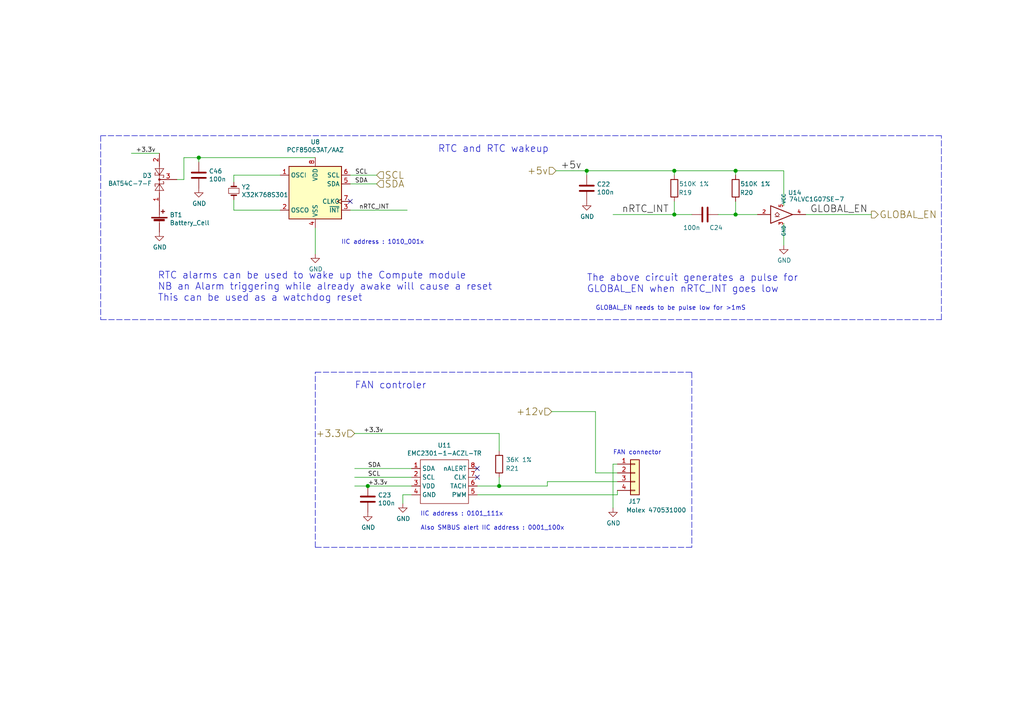
<source format=kicad_sch>
(kicad_sch
	(version 20231120)
	(generator "eeschema")
	(generator_version "8.0")
	(uuid "92d938cc-f8b1-437d-8914-3d97a0938f67")
	(paper "A4")
	(title_block
		(title "Compute Module 4 IO Board - RTC - FAN")
		(rev "1")
		(company "© 2020-2022 Raspberry Pi Ltd (formerly Raspberry Pi (Trading) Ltd.)")
		(comment 1 "www.raspberrypi.com")
	)
	(lib_symbols
		(symbol "CM4IO:74LVC1G07_copy"
			(exclude_from_sim no)
			(in_bom yes)
			(on_board yes)
			(property "Reference" "U"
				(at -2.54 3.81 0)
				(effects
					(font
						(size 1.27 1.27)
					)
				)
			)
			(property "Value" "74LVC1G07_copy"
				(at 0 -3.81 0)
				(effects
					(font
						(size 1.27 1.27)
					)
				)
			)
			(property "Footprint" "Package_TO_SOT_SMD:SOT-353_SC-70-5"
				(at 0 0 0)
				(effects
					(font
						(size 1.27 1.27)
					)
					(hide yes)
				)
			)
			(property "Datasheet" "http://www.ti.com/lit/sg/scyt129e/scyt129e.pdf"
				(at 0 0 0)
				(effects
					(font
						(size 1.27 1.27)
					)
					(hide yes)
				)
			)
			(property "Description" "Single Buffer Gate w/ Open Drain, Low-Voltage CMOS"
				(at 0 0 0)
				(effects
					(font
						(size 1.27 1.27)
					)
					(hide yes)
				)
			)
			(property "ki_keywords" "Single Gate Buff LVC CMOS Open Drain"
				(at 0 0 0)
				(effects
					(font
						(size 1.27 1.27)
					)
					(hide yes)
				)
			)
			(property "ki_fp_filters" "SOT* SG-*"
				(at 0 0 0)
				(effects
					(font
						(size 1.27 1.27)
					)
					(hide yes)
				)
			)
			(symbol "74LVC1G07_copy_0_1"
				(polyline
					(pts
						(xy -2.54 -0.635) (xy -1.27 -0.635)
					)
					(stroke
						(width 0)
						(type default)
					)
					(fill
						(type none)
					)
				)
				(polyline
					(pts
						(xy -3.81 2.54) (xy -3.81 -2.54) (xy 2.54 0) (xy -3.81 2.54)
					)
					(stroke
						(width 0.254)
						(type default)
					)
					(fill
						(type none)
					)
				)
				(polyline
					(pts
						(xy -1.905 0.635) (xy -2.54 0) (xy -1.905 -0.635) (xy -1.27 0) (xy -1.905 0.635)
					)
					(stroke
						(width 0)
						(type default)
					)
					(fill
						(type none)
					)
				)
			)
			(symbol "74LVC1G07_copy_1_1"
				(pin input line
					(at -7.62 0 0)
					(length 3.81)
					(name "~"
						(effects
							(font
								(size 1.016 1.016)
							)
						)
					)
					(number "2"
						(effects
							(font
								(size 1.016 1.016)
							)
						)
					)
				)
				(pin power_in line
					(at 0 -2.54 270)
					(length 0)
					(name "GND"
						(effects
							(font
								(size 1.016 1.016)
							)
						)
					)
					(number "3"
						(effects
							(font
								(size 1.016 1.016)
							)
						)
					)
				)
				(pin open_collector line
					(at 6.35 0 180)
					(length 3.81)
					(name "~"
						(effects
							(font
								(size 1.016 1.016)
							)
						)
					)
					(number "4"
						(effects
							(font
								(size 1.016 1.016)
							)
						)
					)
				)
				(pin power_in line
					(at 0 2.54 90)
					(length 0)
					(name "VCC"
						(effects
							(font
								(size 1.016 1.016)
							)
						)
					)
					(number "5"
						(effects
							(font
								(size 1.016 1.016)
							)
						)
					)
				)
			)
		)
		(symbol "CM4IO:EMC2301"
			(exclude_from_sim no)
			(in_bom yes)
			(on_board yes)
			(property "Reference" "U"
				(at -7.62 13.97 0)
				(effects
					(font
						(size 1.27 1.27)
					)
				)
			)
			(property "Value" "EMC2301"
				(at -1.27 -1.27 0)
				(effects
					(font
						(size 1.27 1.27)
					)
				)
			)
			(property "Footprint" ""
				(at 0 0 0)
				(effects
					(font
						(size 1.27 1.27)
					)
					(hide yes)
				)
			)
			(property "Datasheet" ""
				(at 0 0 0)
				(effects
					(font
						(size 1.27 1.27)
					)
					(hide yes)
				)
			)
			(property "Description" ""
				(at 0 0 0)
				(effects
					(font
						(size 1.27 1.27)
					)
					(hide yes)
				)
			)
			(symbol "EMC2301_0_0"
				(pin open_collector line
					(at -11.43 10.16 0)
					(length 2.54)
					(name "SDA"
						(effects
							(font
								(size 1.27 1.27)
							)
						)
					)
					(number "1"
						(effects
							(font
								(size 1.27 1.27)
							)
						)
					)
				)
				(pin open_collector line
					(at -11.43 7.62 0)
					(length 2.54)
					(name "SCL"
						(effects
							(font
								(size 1.27 1.27)
							)
						)
					)
					(number "2"
						(effects
							(font
								(size 1.27 1.27)
							)
						)
					)
				)
				(pin power_in line
					(at -11.43 5.08 0)
					(length 2.54)
					(name "VDD"
						(effects
							(font
								(size 1.27 1.27)
							)
						)
					)
					(number "3"
						(effects
							(font
								(size 1.27 1.27)
							)
						)
					)
				)
				(pin power_in line
					(at -11.43 2.54 0)
					(length 2.54)
					(name "GND"
						(effects
							(font
								(size 1.27 1.27)
							)
						)
					)
					(number "4"
						(effects
							(font
								(size 1.27 1.27)
							)
						)
					)
				)
				(pin output line
					(at 7.62 2.54 180)
					(length 2.54)
					(name "PWM"
						(effects
							(font
								(size 1.27 1.27)
							)
						)
					)
					(number "5"
						(effects
							(font
								(size 1.27 1.27)
							)
						)
					)
				)
				(pin input line
					(at 7.62 5.08 180)
					(length 2.54)
					(name "TACH"
						(effects
							(font
								(size 1.27 1.27)
							)
						)
					)
					(number "6"
						(effects
							(font
								(size 1.27 1.27)
							)
						)
					)
				)
				(pin input line
					(at 7.62 7.62 180)
					(length 2.54)
					(name "CLK"
						(effects
							(font
								(size 1.27 1.27)
							)
						)
					)
					(number "7"
						(effects
							(font
								(size 1.27 1.27)
							)
						)
					)
				)
				(pin open_collector line
					(at 7.62 10.16 180)
					(length 2.54)
					(name "nALERT"
						(effects
							(font
								(size 1.27 1.27)
							)
						)
					)
					(number "8"
						(effects
							(font
								(size 1.27 1.27)
							)
						)
					)
				)
			)
			(symbol "EMC2301_0_1"
				(rectangle
					(start -8.89 12.7)
					(end 5.08 0)
					(stroke
						(width 0)
						(type default)
					)
					(fill
						(type none)
					)
				)
			)
		)
		(symbol "Connector_Generic:Conn_01x04"
			(pin_names hide)
			(exclude_from_sim no)
			(in_bom yes)
			(on_board yes)
			(property "Reference" "J"
				(at 0 5.08 0)
				(effects
					(font
						(size 1.27 1.27)
					)
				)
			)
			(property "Value" "Conn_01x04"
				(at 0 -7.62 0)
				(effects
					(font
						(size 1.27 1.27)
					)
				)
			)
			(property "Footprint" ""
				(at 0 0 0)
				(effects
					(font
						(size 1.27 1.27)
					)
					(hide yes)
				)
			)
			(property "Datasheet" "~"
				(at 0 0 0)
				(effects
					(font
						(size 1.27 1.27)
					)
					(hide yes)
				)
			)
			(property "Description" "Generic connector, single row, 01x04, script generated (kicad-library-utils/schlib/autogen/connector/)"
				(at 0 0 0)
				(effects
					(font
						(size 1.27 1.27)
					)
					(hide yes)
				)
			)
			(property "ki_keywords" "connector"
				(at 0 0 0)
				(effects
					(font
						(size 1.27 1.27)
					)
					(hide yes)
				)
			)
			(property "ki_fp_filters" "Connector*:*_1x??_*"
				(at 0 0 0)
				(effects
					(font
						(size 1.27 1.27)
					)
					(hide yes)
				)
			)
			(symbol "Conn_01x04_1_1"
				(rectangle
					(start -1.27 -4.953)
					(end 0 -5.207)
					(stroke
						(width 0)
						(type default)
					)
					(fill
						(type none)
					)
				)
				(rectangle
					(start -1.27 -2.413)
					(end 0 -2.667)
					(stroke
						(width 0)
						(type default)
					)
					(fill
						(type none)
					)
				)
				(rectangle
					(start -1.27 0.127)
					(end 0 -0.127)
					(stroke
						(width 0)
						(type default)
					)
					(fill
						(type none)
					)
				)
				(rectangle
					(start -1.27 2.667)
					(end 0 2.413)
					(stroke
						(width 0)
						(type default)
					)
					(fill
						(type none)
					)
				)
				(rectangle
					(start -1.27 3.81)
					(end 1.27 -6.35)
					(stroke
						(width 0.254)
						(type default)
					)
					(fill
						(type background)
					)
				)
				(pin passive line
					(at -5.08 2.54 0)
					(length 3.81)
					(name "Pin_1"
						(effects
							(font
								(size 1.27 1.27)
							)
						)
					)
					(number "1"
						(effects
							(font
								(size 1.27 1.27)
							)
						)
					)
				)
				(pin passive line
					(at -5.08 0 0)
					(length 3.81)
					(name "Pin_2"
						(effects
							(font
								(size 1.27 1.27)
							)
						)
					)
					(number "2"
						(effects
							(font
								(size 1.27 1.27)
							)
						)
					)
				)
				(pin passive line
					(at -5.08 -2.54 0)
					(length 3.81)
					(name "Pin_3"
						(effects
							(font
								(size 1.27 1.27)
							)
						)
					)
					(number "3"
						(effects
							(font
								(size 1.27 1.27)
							)
						)
					)
				)
				(pin passive line
					(at -5.08 -5.08 0)
					(length 3.81)
					(name "Pin_4"
						(effects
							(font
								(size 1.27 1.27)
							)
						)
					)
					(number "4"
						(effects
							(font
								(size 1.27 1.27)
							)
						)
					)
				)
			)
		)
		(symbol "Device:Battery_Cell"
			(pin_numbers hide)
			(pin_names
				(offset 0) hide)
			(exclude_from_sim no)
			(in_bom yes)
			(on_board yes)
			(property "Reference" "BT"
				(at 2.54 2.54 0)
				(effects
					(font
						(size 1.27 1.27)
					)
					(justify left)
				)
			)
			(property "Value" "Battery_Cell"
				(at 2.54 0 0)
				(effects
					(font
						(size 1.27 1.27)
					)
					(justify left)
				)
			)
			(property "Footprint" ""
				(at 0 1.524 90)
				(effects
					(font
						(size 1.27 1.27)
					)
					(hide yes)
				)
			)
			(property "Datasheet" "~"
				(at 0 1.524 90)
				(effects
					(font
						(size 1.27 1.27)
					)
					(hide yes)
				)
			)
			(property "Description" "Single-cell battery"
				(at 0 0 0)
				(effects
					(font
						(size 1.27 1.27)
					)
					(hide yes)
				)
			)
			(property "ki_keywords" "battery cell"
				(at 0 0 0)
				(effects
					(font
						(size 1.27 1.27)
					)
					(hide yes)
				)
			)
			(symbol "Battery_Cell_0_1"
				(rectangle
					(start -2.286 1.778)
					(end 2.286 1.524)
					(stroke
						(width 0)
						(type default)
					)
					(fill
						(type outline)
					)
				)
				(rectangle
					(start -1.5748 1.1938)
					(end 1.4732 0.6858)
					(stroke
						(width 0)
						(type default)
					)
					(fill
						(type outline)
					)
				)
				(polyline
					(pts
						(xy 0 0.762) (xy 0 0)
					)
					(stroke
						(width 0)
						(type default)
					)
					(fill
						(type none)
					)
				)
				(polyline
					(pts
						(xy 0 1.778) (xy 0 2.54)
					)
					(stroke
						(width 0)
						(type default)
					)
					(fill
						(type none)
					)
				)
				(polyline
					(pts
						(xy 0.508 3.429) (xy 1.524 3.429)
					)
					(stroke
						(width 0.254)
						(type default)
					)
					(fill
						(type none)
					)
				)
				(polyline
					(pts
						(xy 1.016 3.937) (xy 1.016 2.921)
					)
					(stroke
						(width 0.254)
						(type default)
					)
					(fill
						(type none)
					)
				)
			)
			(symbol "Battery_Cell_1_1"
				(pin passive line
					(at 0 5.08 270)
					(length 2.54)
					(name "+"
						(effects
							(font
								(size 1.27 1.27)
							)
						)
					)
					(number "1"
						(effects
							(font
								(size 1.27 1.27)
							)
						)
					)
				)
				(pin passive line
					(at 0 -2.54 90)
					(length 2.54)
					(name "-"
						(effects
							(font
								(size 1.27 1.27)
							)
						)
					)
					(number "2"
						(effects
							(font
								(size 1.27 1.27)
							)
						)
					)
				)
			)
		)
		(symbol "Device:C"
			(pin_numbers hide)
			(pin_names
				(offset 0.254)
			)
			(exclude_from_sim no)
			(in_bom yes)
			(on_board yes)
			(property "Reference" "C"
				(at 0.635 2.54 0)
				(effects
					(font
						(size 1.27 1.27)
					)
					(justify left)
				)
			)
			(property "Value" "C"
				(at 0.635 -2.54 0)
				(effects
					(font
						(size 1.27 1.27)
					)
					(justify left)
				)
			)
			(property "Footprint" ""
				(at 0.9652 -3.81 0)
				(effects
					(font
						(size 1.27 1.27)
					)
					(hide yes)
				)
			)
			(property "Datasheet" "~"
				(at 0 0 0)
				(effects
					(font
						(size 1.27 1.27)
					)
					(hide yes)
				)
			)
			(property "Description" "Unpolarized capacitor"
				(at 0 0 0)
				(effects
					(font
						(size 1.27 1.27)
					)
					(hide yes)
				)
			)
			(property "ki_keywords" "cap capacitor"
				(at 0 0 0)
				(effects
					(font
						(size 1.27 1.27)
					)
					(hide yes)
				)
			)
			(property "ki_fp_filters" "C_*"
				(at 0 0 0)
				(effects
					(font
						(size 1.27 1.27)
					)
					(hide yes)
				)
			)
			(symbol "C_0_1"
				(polyline
					(pts
						(xy -2.032 -0.762) (xy 2.032 -0.762)
					)
					(stroke
						(width 0.508)
						(type default)
					)
					(fill
						(type none)
					)
				)
				(polyline
					(pts
						(xy -2.032 0.762) (xy 2.032 0.762)
					)
					(stroke
						(width 0.508)
						(type default)
					)
					(fill
						(type none)
					)
				)
			)
			(symbol "C_1_1"
				(pin passive line
					(at 0 3.81 270)
					(length 2.794)
					(name "~"
						(effects
							(font
								(size 1.27 1.27)
							)
						)
					)
					(number "1"
						(effects
							(font
								(size 1.27 1.27)
							)
						)
					)
				)
				(pin passive line
					(at 0 -3.81 90)
					(length 2.794)
					(name "~"
						(effects
							(font
								(size 1.27 1.27)
							)
						)
					)
					(number "2"
						(effects
							(font
								(size 1.27 1.27)
							)
						)
					)
				)
			)
		)
		(symbol "Device:Crystal_Small"
			(pin_numbers hide)
			(pin_names hide)
			(exclude_from_sim no)
			(in_bom yes)
			(on_board yes)
			(property "Reference" "Y"
				(at 0 2.54 0)
				(effects
					(font
						(size 1.27 1.27)
					)
				)
			)
			(property "Value" "Crystal_Small"
				(at 0 -2.54 0)
				(effects
					(font
						(size 1.27 1.27)
					)
				)
			)
			(property "Footprint" ""
				(at 0 0 0)
				(effects
					(font
						(size 1.27 1.27)
					)
					(hide yes)
				)
			)
			(property "Datasheet" "~"
				(at 0 0 0)
				(effects
					(font
						(size 1.27 1.27)
					)
					(hide yes)
				)
			)
			(property "Description" "Two pin crystal, small symbol"
				(at 0 0 0)
				(effects
					(font
						(size 1.27 1.27)
					)
					(hide yes)
				)
			)
			(property "ki_keywords" "quartz ceramic resonator oscillator"
				(at 0 0 0)
				(effects
					(font
						(size 1.27 1.27)
					)
					(hide yes)
				)
			)
			(property "ki_fp_filters" "Crystal*"
				(at 0 0 0)
				(effects
					(font
						(size 1.27 1.27)
					)
					(hide yes)
				)
			)
			(symbol "Crystal_Small_0_1"
				(rectangle
					(start -0.762 -1.524)
					(end 0.762 1.524)
					(stroke
						(width 0)
						(type default)
					)
					(fill
						(type none)
					)
				)
				(polyline
					(pts
						(xy -1.27 -0.762) (xy -1.27 0.762)
					)
					(stroke
						(width 0.381)
						(type default)
					)
					(fill
						(type none)
					)
				)
				(polyline
					(pts
						(xy 1.27 -0.762) (xy 1.27 0.762)
					)
					(stroke
						(width 0.381)
						(type default)
					)
					(fill
						(type none)
					)
				)
			)
			(symbol "Crystal_Small_1_1"
				(pin passive line
					(at -2.54 0 0)
					(length 1.27)
					(name "1"
						(effects
							(font
								(size 1.27 1.27)
							)
						)
					)
					(number "1"
						(effects
							(font
								(size 1.27 1.27)
							)
						)
					)
				)
				(pin passive line
					(at 2.54 0 180)
					(length 1.27)
					(name "2"
						(effects
							(font
								(size 1.27 1.27)
							)
						)
					)
					(number "2"
						(effects
							(font
								(size 1.27 1.27)
							)
						)
					)
				)
			)
		)
		(symbol "Device:R"
			(pin_numbers hide)
			(pin_names
				(offset 0)
			)
			(exclude_from_sim no)
			(in_bom yes)
			(on_board yes)
			(property "Reference" "R"
				(at 2.032 0 90)
				(effects
					(font
						(size 1.27 1.27)
					)
				)
			)
			(property "Value" "R"
				(at 0 0 90)
				(effects
					(font
						(size 1.27 1.27)
					)
				)
			)
			(property "Footprint" ""
				(at -1.778 0 90)
				(effects
					(font
						(size 1.27 1.27)
					)
					(hide yes)
				)
			)
			(property "Datasheet" "~"
				(at 0 0 0)
				(effects
					(font
						(size 1.27 1.27)
					)
					(hide yes)
				)
			)
			(property "Description" "Resistor"
				(at 0 0 0)
				(effects
					(font
						(size 1.27 1.27)
					)
					(hide yes)
				)
			)
			(property "ki_keywords" "R res resistor"
				(at 0 0 0)
				(effects
					(font
						(size 1.27 1.27)
					)
					(hide yes)
				)
			)
			(property "ki_fp_filters" "R_*"
				(at 0 0 0)
				(effects
					(font
						(size 1.27 1.27)
					)
					(hide yes)
				)
			)
			(symbol "R_0_1"
				(rectangle
					(start -1.016 -2.54)
					(end 1.016 2.54)
					(stroke
						(width 0.254)
						(type default)
					)
					(fill
						(type none)
					)
				)
			)
			(symbol "R_1_1"
				(pin passive line
					(at 0 3.81 270)
					(length 1.27)
					(name "~"
						(effects
							(font
								(size 1.27 1.27)
							)
						)
					)
					(number "1"
						(effects
							(font
								(size 1.27 1.27)
							)
						)
					)
				)
				(pin passive line
					(at 0 -3.81 90)
					(length 1.27)
					(name "~"
						(effects
							(font
								(size 1.27 1.27)
							)
						)
					)
					(number "2"
						(effects
							(font
								(size 1.27 1.27)
							)
						)
					)
				)
			)
		)
		(symbol "Diode:BAT54C"
			(exclude_from_sim no)
			(in_bom yes)
			(on_board yes)
			(property "Reference" "D"
				(at 0.635 -3.81 0)
				(effects
					(font
						(size 1.27 1.27)
					)
					(justify left)
				)
			)
			(property "Value" "BAT54C"
				(at -6.35 3.175 0)
				(effects
					(font
						(size 1.27 1.27)
					)
					(justify left)
				)
			)
			(property "Footprint" "Package_TO_SOT_SMD:SOT-23"
				(at 1.905 3.175 0)
				(effects
					(font
						(size 1.27 1.27)
					)
					(justify left)
					(hide yes)
				)
			)
			(property "Datasheet" "http://www.diodes.com/_files/datasheets/ds11005.pdf"
				(at -2.032 0 0)
				(effects
					(font
						(size 1.27 1.27)
					)
					(hide yes)
				)
			)
			(property "Description" "dual schottky barrier diode, common cathode"
				(at 0 0 0)
				(effects
					(font
						(size 1.27 1.27)
					)
					(hide yes)
				)
			)
			(property "ki_keywords" "schottky diode common cathode"
				(at 0 0 0)
				(effects
					(font
						(size 1.27 1.27)
					)
					(hide yes)
				)
			)
			(property "ki_fp_filters" "SOT?23*"
				(at 0 0 0)
				(effects
					(font
						(size 1.27 1.27)
					)
					(hide yes)
				)
			)
			(symbol "BAT54C_0_1"
				(polyline
					(pts
						(xy -1.905 0) (xy 1.905 0)
					)
					(stroke
						(width 0)
						(type default)
					)
					(fill
						(type none)
					)
				)
				(polyline
					(pts
						(xy -1.905 1.27) (xy -1.905 1.016)
					)
					(stroke
						(width 0)
						(type default)
					)
					(fill
						(type none)
					)
				)
				(polyline
					(pts
						(xy -1.27 -1.27) (xy -0.635 -1.27)
					)
					(stroke
						(width 0)
						(type default)
					)
					(fill
						(type none)
					)
				)
				(polyline
					(pts
						(xy -1.27 0) (xy -3.81 0)
					)
					(stroke
						(width 0)
						(type default)
					)
					(fill
						(type none)
					)
				)
				(polyline
					(pts
						(xy -1.27 1.27) (xy -1.905 1.27)
					)
					(stroke
						(width 0)
						(type default)
					)
					(fill
						(type none)
					)
				)
				(polyline
					(pts
						(xy -1.27 1.27) (xy -1.27 -1.27)
					)
					(stroke
						(width 0)
						(type default)
					)
					(fill
						(type none)
					)
				)
				(polyline
					(pts
						(xy -0.635 -1.27) (xy -0.635 -1.016)
					)
					(stroke
						(width 0)
						(type default)
					)
					(fill
						(type none)
					)
				)
				(polyline
					(pts
						(xy 0.635 -1.27) (xy 0.635 -1.016)
					)
					(stroke
						(width 0)
						(type default)
					)
					(fill
						(type none)
					)
				)
				(polyline
					(pts
						(xy 1.27 -1.27) (xy 0.635 -1.27)
					)
					(stroke
						(width 0)
						(type default)
					)
					(fill
						(type none)
					)
				)
				(polyline
					(pts
						(xy 1.27 1.27) (xy 1.27 -1.27)
					)
					(stroke
						(width 0)
						(type default)
					)
					(fill
						(type none)
					)
				)
				(polyline
					(pts
						(xy 1.27 1.27) (xy 1.905 1.27)
					)
					(stroke
						(width 0)
						(type default)
					)
					(fill
						(type none)
					)
				)
				(polyline
					(pts
						(xy 1.905 1.27) (xy 1.905 1.016)
					)
					(stroke
						(width 0)
						(type default)
					)
					(fill
						(type none)
					)
				)
				(polyline
					(pts
						(xy 3.81 0) (xy 1.27 0)
					)
					(stroke
						(width 0)
						(type default)
					)
					(fill
						(type none)
					)
				)
				(polyline
					(pts
						(xy -3.175 -1.27) (xy -3.175 1.27) (xy -1.27 0) (xy -3.175 -1.27)
					)
					(stroke
						(width 0)
						(type default)
					)
					(fill
						(type none)
					)
				)
				(polyline
					(pts
						(xy 3.175 -1.27) (xy 3.175 1.27) (xy 1.27 0) (xy 3.175 -1.27)
					)
					(stroke
						(width 0)
						(type default)
					)
					(fill
						(type none)
					)
				)
				(circle
					(center 0 0)
					(radius 0.254)
					(stroke
						(width 0)
						(type default)
					)
					(fill
						(type outline)
					)
				)
			)
			(symbol "BAT54C_1_1"
				(pin passive line
					(at -7.62 0 0)
					(length 3.81)
					(name "~"
						(effects
							(font
								(size 1.27 1.27)
							)
						)
					)
					(number "1"
						(effects
							(font
								(size 1.27 1.27)
							)
						)
					)
				)
				(pin passive line
					(at 7.62 0 180)
					(length 3.81)
					(name "~"
						(effects
							(font
								(size 1.27 1.27)
							)
						)
					)
					(number "2"
						(effects
							(font
								(size 1.27 1.27)
							)
						)
					)
				)
				(pin passive line
					(at 0 -5.08 90)
					(length 5.08)
					(name "~"
						(effects
							(font
								(size 1.27 1.27)
							)
						)
					)
					(number "3"
						(effects
							(font
								(size 1.27 1.27)
							)
						)
					)
				)
			)
		)
		(symbol "Timer_RTC:PCF8563T"
			(exclude_from_sim no)
			(in_bom yes)
			(on_board yes)
			(property "Reference" "U"
				(at -7.62 8.89 0)
				(effects
					(font
						(size 1.27 1.27)
					)
					(justify left)
				)
			)
			(property "Value" "PCF8563T"
				(at 2.54 8.89 0)
				(effects
					(font
						(size 1.27 1.27)
					)
					(justify left)
				)
			)
			(property "Footprint" "Package_SO:SOIC-8_3.9x4.9mm_P1.27mm"
				(at 0 0 0)
				(effects
					(font
						(size 1.27 1.27)
					)
					(hide yes)
				)
			)
			(property "Datasheet" "https://assets.nexperia.com/documents/data-sheet/PCF8563.pdf"
				(at 0 0 0)
				(effects
					(font
						(size 1.27 1.27)
					)
					(hide yes)
				)
			)
			(property "Description" "Realtime Clock/Calendar I2C Interface, SOIC-8"
				(at 0 0 0)
				(effects
					(font
						(size 1.27 1.27)
					)
					(hide yes)
				)
			)
			(property "ki_keywords" "I2C RTC Clock Calendar"
				(at 0 0 0)
				(effects
					(font
						(size 1.27 1.27)
					)
					(hide yes)
				)
			)
			(property "ki_fp_filters" "SOIC*3.9x4.9mm*P1.27mm*"
				(at 0 0 0)
				(effects
					(font
						(size 1.27 1.27)
					)
					(hide yes)
				)
			)
			(symbol "PCF8563T_0_1"
				(rectangle
					(start -7.62 7.62)
					(end 7.62 -7.62)
					(stroke
						(width 0.254)
						(type default)
					)
					(fill
						(type background)
					)
				)
			)
			(symbol "PCF8563T_1_1"
				(pin input line
					(at -10.16 5.08 0)
					(length 2.54)
					(name "OSCI"
						(effects
							(font
								(size 1.27 1.27)
							)
						)
					)
					(number "1"
						(effects
							(font
								(size 1.27 1.27)
							)
						)
					)
				)
				(pin output line
					(at -10.16 -5.08 0)
					(length 2.54)
					(name "OSCO"
						(effects
							(font
								(size 1.27 1.27)
							)
						)
					)
					(number "2"
						(effects
							(font
								(size 1.27 1.27)
							)
						)
					)
				)
				(pin output line
					(at 10.16 -5.08 180)
					(length 2.54)
					(name "~{INT}"
						(effects
							(font
								(size 1.27 1.27)
							)
						)
					)
					(number "3"
						(effects
							(font
								(size 1.27 1.27)
							)
						)
					)
				)
				(pin power_in line
					(at 0 -10.16 90)
					(length 2.54)
					(name "VSS"
						(effects
							(font
								(size 1.27 1.27)
							)
						)
					)
					(number "4"
						(effects
							(font
								(size 1.27 1.27)
							)
						)
					)
				)
				(pin bidirectional line
					(at 10.16 2.54 180)
					(length 2.54)
					(name "SDA"
						(effects
							(font
								(size 1.27 1.27)
							)
						)
					)
					(number "5"
						(effects
							(font
								(size 1.27 1.27)
							)
						)
					)
				)
				(pin input line
					(at 10.16 5.08 180)
					(length 2.54)
					(name "SCL"
						(effects
							(font
								(size 1.27 1.27)
							)
						)
					)
					(number "6"
						(effects
							(font
								(size 1.27 1.27)
							)
						)
					)
				)
				(pin output clock
					(at 10.16 -2.54 180)
					(length 2.54)
					(name "CLKO"
						(effects
							(font
								(size 1.27 1.27)
							)
						)
					)
					(number "7"
						(effects
							(font
								(size 1.27 1.27)
							)
						)
					)
				)
				(pin power_in line
					(at 0 10.16 270)
					(length 2.54)
					(name "VDD"
						(effects
							(font
								(size 1.27 1.27)
							)
						)
					)
					(number "8"
						(effects
							(font
								(size 1.27 1.27)
							)
						)
					)
				)
			)
		)
		(symbol "power:GND"
			(power)
			(pin_names
				(offset 0)
			)
			(exclude_from_sim no)
			(in_bom yes)
			(on_board yes)
			(property "Reference" "#PWR"
				(at 0 -6.35 0)
				(effects
					(font
						(size 1.27 1.27)
					)
					(hide yes)
				)
			)
			(property "Value" "GND"
				(at 0 -3.81 0)
				(effects
					(font
						(size 1.27 1.27)
					)
				)
			)
			(property "Footprint" ""
				(at 0 0 0)
				(effects
					(font
						(size 1.27 1.27)
					)
					(hide yes)
				)
			)
			(property "Datasheet" ""
				(at 0 0 0)
				(effects
					(font
						(size 1.27 1.27)
					)
					(hide yes)
				)
			)
			(property "Description" "Power symbol creates a global label with name \"GND\" , ground"
				(at 0 0 0)
				(effects
					(font
						(size 1.27 1.27)
					)
					(hide yes)
				)
			)
			(property "ki_keywords" "power-flag"
				(at 0 0 0)
				(effects
					(font
						(size 1.27 1.27)
					)
					(hide yes)
				)
			)
			(symbol "GND_0_1"
				(polyline
					(pts
						(xy 0 0) (xy 0 -1.27) (xy 1.27 -1.27) (xy 0 -2.54) (xy -1.27 -1.27) (xy 0 -1.27)
					)
					(stroke
						(width 0)
						(type default)
					)
					(fill
						(type none)
					)
				)
			)
			(symbol "GND_1_1"
				(pin power_in line
					(at 0 0 270)
					(length 0) hide
					(name "GND"
						(effects
							(font
								(size 1.27 1.27)
							)
						)
					)
					(number "1"
						(effects
							(font
								(size 1.27 1.27)
							)
						)
					)
				)
			)
		)
	)
	(junction
		(at 144.78 140.97)
		(diameter 1.016)
		(color 0 0 0 0)
		(uuid "073c8287-235c-4712-a9a0-60a07a1119d5")
	)
	(junction
		(at 170.18 49.53)
		(diameter 1.016)
		(color 0 0 0 0)
		(uuid "19264aae-fe9e-4afc-84ac-56ec33a3b20d")
	)
	(junction
		(at 213.36 62.23)
		(diameter 1.016)
		(color 0 0 0 0)
		(uuid "1a734ace-0cd0-489a-9380-915322ff12bd")
	)
	(junction
		(at 195.58 62.23)
		(diameter 1.016)
		(color 0 0 0 0)
		(uuid "4d6dfe4f-0070-449e-bb5c-a3b1d4b26ba7")
	)
	(junction
		(at 195.58 49.53)
		(diameter 1.016)
		(color 0 0 0 0)
		(uuid "7e232027-e1fd-4d55-a751-dd67130d7d22")
	)
	(junction
		(at 213.36 49.53)
		(diameter 1.016)
		(color 0 0 0 0)
		(uuid "c11e04e4-f63f-46b9-9a9c-9c7df49e614a")
	)
	(junction
		(at 106.68 140.97)
		(diameter 1.016)
		(color 0 0 0 0)
		(uuid "d3dd0ba2-2496-4e95-8d54-12ee57bcbce2")
	)
	(junction
		(at 57.658 45.72)
		(diameter 1.016)
		(color 0 0 0 0)
		(uuid "e463ba2a-1cbc-4995-82d8-59710b3fcd2f")
	)
	(no_connect
		(at 138.43 138.43)
		(uuid "20e1c48c-ae14-4a88-835e-87633cbb6a1c")
	)
	(no_connect
		(at 101.6 58.42)
		(uuid "508a66d6-268c-44d1-8a51-9f55744998fe")
	)
	(no_connect
		(at 138.43 135.89)
		(uuid "ed9596e5-f4f2-4fc2-bb34-16ad21b3b120")
	)
	(wire
		(pts
			(xy 213.36 62.23) (xy 213.36 58.42)
		)
		(stroke
			(width 0)
			(type solid)
		)
		(uuid "02b1295e-cf95-47ff-9c57-f8ada28f2e94")
	)
	(wire
		(pts
			(xy 67.818 50.8) (xy 81.28 50.8)
		)
		(stroke
			(width 0)
			(type solid)
		)
		(uuid "08ac4c42-16f0-4513-b91e-bf0b3a111257")
	)
	(wire
		(pts
			(xy 57.658 45.72) (xy 91.44 45.72)
		)
		(stroke
			(width 0)
			(type solid)
		)
		(uuid "09ab0b5c-3dee-42c8-b9e5-de0673874ccd")
	)
	(wire
		(pts
			(xy 116.84 143.51) (xy 116.84 146.05)
		)
		(stroke
			(width 0)
			(type solid)
		)
		(uuid "0e18138e-f1a3-4288-bb34-3b6bcfb64ff6")
	)
	(wire
		(pts
			(xy 91.44 66.04) (xy 91.44 73.66)
		)
		(stroke
			(width 0)
			(type solid)
		)
		(uuid "133d5403-9be3-4603-824b-d3b76147e745")
	)
	(wire
		(pts
			(xy 102.87 125.73) (xy 144.78 125.73)
		)
		(stroke
			(width 0)
			(type solid)
		)
		(uuid "15a0f067-831a-4ddb-bdef-5fb7df267d8f")
	)
	(wire
		(pts
			(xy 106.68 140.97) (xy 102.87 140.97)
		)
		(stroke
			(width 0)
			(type solid)
		)
		(uuid "1ab4dceb-24cc-4050-aa74-e8fbb39d3760")
	)
	(wire
		(pts
			(xy 195.58 49.53) (xy 195.58 50.8)
		)
		(stroke
			(width 0)
			(type solid)
		)
		(uuid "25247d0c-5910-484b-9651-5750d422a450")
	)
	(wire
		(pts
			(xy 53.34 45.72) (xy 57.658 45.72)
		)
		(stroke
			(width 0)
			(type solid)
		)
		(uuid "2b7c4f37-42c0-4571-a44b-b808484d3d74")
	)
	(polyline
		(pts
			(xy 200.66 158.75) (xy 91.44 158.75)
		)
		(stroke
			(width 0)
			(type dash)
		)
		(uuid "337d1242-91ab-4446-8b9e-7609c6a49e3c")
	)
	(wire
		(pts
			(xy 57.658 45.72) (xy 57.658 47.0154)
		)
		(stroke
			(width 0)
			(type solid)
		)
		(uuid "35431843-170f-401f-88d7-da91172bed86")
	)
	(wire
		(pts
			(xy 172.72 119.38) (xy 172.72 137.16)
		)
		(stroke
			(width 0)
			(type solid)
		)
		(uuid "3675ad1a-972f-4046-b23a-e6ca04304035")
	)
	(wire
		(pts
			(xy 144.78 125.73) (xy 144.78 130.81)
		)
		(stroke
			(width 0)
			(type solid)
		)
		(uuid "3b19a97f-624a-48d9-8072-15bdeede0fff")
	)
	(wire
		(pts
			(xy 144.78 140.97) (xy 158.75 140.97)
		)
		(stroke
			(width 0)
			(type solid)
		)
		(uuid "44509293-79e2-4fab-8860-b0cecb591afa")
	)
	(wire
		(pts
			(xy 195.58 62.23) (xy 200.66 62.23)
		)
		(stroke
			(width 0)
			(type solid)
		)
		(uuid "4aee84d1-0859-48ac-a053-5a981ee1b24a")
	)
	(wire
		(pts
			(xy 51.308 52.07) (xy 53.34 52.07)
		)
		(stroke
			(width 0)
			(type solid)
		)
		(uuid "4c717b47-484c-4d70-8fcd-83c406ff2d17")
	)
	(polyline
		(pts
			(xy 29.21 39.37) (xy 29.21 92.71)
		)
		(stroke
			(width 0)
			(type dash)
		)
		(uuid "4d55ddc7-73be-49f7-98ea-a0ba474cbdb0")
	)
	(wire
		(pts
			(xy 67.818 60.96) (xy 67.818 57.912)
		)
		(stroke
			(width 0)
			(type solid)
		)
		(uuid "4fc3183f-297c-42b7-b3bd-25a9ea18c844")
	)
	(polyline
		(pts
			(xy 91.44 107.95) (xy 200.66 107.95)
		)
		(stroke
			(width 0)
			(type dash)
		)
		(uuid "5290e0d7-1f24-4c0b-91ff-28c5a304ab9a")
	)
	(wire
		(pts
			(xy 179.07 143.51) (xy 179.07 142.24)
		)
		(stroke
			(width 0)
			(type solid)
		)
		(uuid "59142adb-6887-41fc-851e-9a7f51511d60")
	)
	(wire
		(pts
			(xy 179.07 137.16) (xy 172.72 137.16)
		)
		(stroke
			(width 0)
			(type solid)
		)
		(uuid "5b04e20f-8575-4362-b040-2e2133d670c8")
	)
	(wire
		(pts
			(xy 195.58 62.23) (xy 195.58 58.42)
		)
		(stroke
			(width 0)
			(type solid)
		)
		(uuid "5fc4054a-b929-433e-a947-747fb7ed003d")
	)
	(wire
		(pts
			(xy 213.36 49.53) (xy 227.33 49.53)
		)
		(stroke
			(width 0)
			(type solid)
		)
		(uuid "617edc57-1dbf-4296-b365-6d76f68a1c0f")
	)
	(polyline
		(pts
			(xy 200.66 107.95) (xy 200.66 158.75)
		)
		(stroke
			(width 0)
			(type dash)
		)
		(uuid "624c6565-c4fd-4d29-87af-f77dd1ba0898")
	)
	(wire
		(pts
			(xy 227.33 49.53) (xy 227.33 59.69)
		)
		(stroke
			(width 0)
			(type solid)
		)
		(uuid "62a1b97d-067d-487c-835b-0166330d25fe")
	)
	(wire
		(pts
			(xy 213.36 62.23) (xy 219.71 62.23)
		)
		(stroke
			(width 0)
			(type solid)
		)
		(uuid "69f75991-c8c0-49a9-aed8-daa6ca9a5d73")
	)
	(wire
		(pts
			(xy 161.29 49.53) (xy 170.18 49.53)
		)
		(stroke
			(width 0)
			(type solid)
		)
		(uuid "6ae901e7-3f37-4fdc-9fbb-f82666744826")
	)
	(wire
		(pts
			(xy 109.22 50.8) (xy 101.6 50.8)
		)
		(stroke
			(width 0)
			(type solid)
		)
		(uuid "6f78c1fb-f693-4737-b750-74e50c35a564")
	)
	(wire
		(pts
			(xy 53.34 52.07) (xy 53.34 45.72)
		)
		(stroke
			(width 0)
			(type solid)
		)
		(uuid "6fddc16f-ccc1-4ade-884c-d6efda461da8")
	)
	(wire
		(pts
			(xy 119.38 143.51) (xy 116.84 143.51)
		)
		(stroke
			(width 0)
			(type solid)
		)
		(uuid "7684f860-395c-40b3-8cc0-a644dcdbc220")
	)
	(wire
		(pts
			(xy 208.28 62.23) (xy 213.36 62.23)
		)
		(stroke
			(width 0)
			(type solid)
		)
		(uuid "811f5389-c208-4640-ab1a-b454491bb330")
	)
	(wire
		(pts
			(xy 38.1 44.45) (xy 46.228 44.45)
		)
		(stroke
			(width 0)
			(type solid)
		)
		(uuid "85d211d4-76e7-4e49-a9c8-2e1cc8ab5805")
	)
	(wire
		(pts
			(xy 144.78 140.97) (xy 144.78 138.43)
		)
		(stroke
			(width 0)
			(type solid)
		)
		(uuid "87f44303-a6e8-48e5-bb6d-f89abb09a999")
	)
	(wire
		(pts
			(xy 179.07 139.7) (xy 158.75 139.7)
		)
		(stroke
			(width 0)
			(type solid)
		)
		(uuid "8e715b73-353f-4cfc-aa33-1eac54b89b6c")
	)
	(wire
		(pts
			(xy 177.8 62.23) (xy 195.58 62.23)
		)
		(stroke
			(width 0)
			(type solid)
		)
		(uuid "92ec60c8-e914-4456-8d37-4b88fc0eb9c6")
	)
	(wire
		(pts
			(xy 81.28 60.96) (xy 67.818 60.96)
		)
		(stroke
			(width 0)
			(type solid)
		)
		(uuid "9b315454-a4a0-4952-bdbe-d4a8e96c16f9")
	)
	(wire
		(pts
			(xy 138.43 143.51) (xy 179.07 143.51)
		)
		(stroke
			(width 0)
			(type solid)
		)
		(uuid "aaf0fd50-bb22-4408-be5a-88f5ba4193be")
	)
	(wire
		(pts
			(xy 138.43 140.97) (xy 144.78 140.97)
		)
		(stroke
			(width 0)
			(type solid)
		)
		(uuid "acd72527-a657-482d-a530-89a1347375fc")
	)
	(wire
		(pts
			(xy 158.75 139.7) (xy 158.75 140.97)
		)
		(stroke
			(width 0)
			(type solid)
		)
		(uuid "acfcaba7-a8b8-4c21-a793-d3e0373f34dc")
	)
	(wire
		(pts
			(xy 233.68 62.23) (xy 252.73 62.23)
		)
		(stroke
			(width 0)
			(type solid)
		)
		(uuid "ae293969-fa6d-4cb1-9969-16f8784d07e3")
	)
	(wire
		(pts
			(xy 195.58 49.53) (xy 213.36 49.53)
		)
		(stroke
			(width 0)
			(type solid)
		)
		(uuid "b6f041a4-3ea0-418b-94a2-50c938beafa2")
	)
	(wire
		(pts
			(xy 170.18 49.53) (xy 195.58 49.53)
		)
		(stroke
			(width 0)
			(type solid)
		)
		(uuid "b7ed4c31-5417-4fb5-9261-7dca42c1c776")
	)
	(wire
		(pts
			(xy 179.07 134.62) (xy 177.8 134.62)
		)
		(stroke
			(width 0)
			(type solid)
		)
		(uuid "baa534a0-611b-4c48-8e86-5106dc852bd8")
	)
	(wire
		(pts
			(xy 170.18 50.8) (xy 170.18 49.53)
		)
		(stroke
			(width 0)
			(type solid)
		)
		(uuid "bb5e8a0f-2ed5-4c2a-91b7-cb63c4c66e15")
	)
	(wire
		(pts
			(xy 227.33 64.77) (xy 227.33 71.12)
		)
		(stroke
			(width 0)
			(type solid)
		)
		(uuid "bb673c7a-d2b0-45b0-bfe2-0b113c092a77")
	)
	(wire
		(pts
			(xy 109.22 53.34) (xy 101.6 53.34)
		)
		(stroke
			(width 0)
			(type solid)
		)
		(uuid "bbb99edd-f016-43ea-b1c7-0bcdd1915ee8")
	)
	(wire
		(pts
			(xy 213.36 49.53) (xy 213.36 50.8)
		)
		(stroke
			(width 0)
			(type solid)
		)
		(uuid "d4876469-b949-49ce-b8fe-43cb458692a4")
	)
	(polyline
		(pts
			(xy 91.44 158.75) (xy 91.44 107.95)
		)
		(stroke
			(width 0)
			(type dash)
		)
		(uuid "d68589fa-205b-4356-a20d-821c85f5f45e")
	)
	(wire
		(pts
			(xy 119.38 135.89) (xy 102.87 135.89)
		)
		(stroke
			(width 0)
			(type solid)
		)
		(uuid "d9198b20-68ab-4f03-9039-95a74aeba0d6")
	)
	(polyline
		(pts
			(xy 29.21 92.71) (xy 273.05 92.71)
		)
		(stroke
			(width 0)
			(type dash)
		)
		(uuid "d9ad01c4-9416-4b1f-8447-afc1d446fa8a")
	)
	(wire
		(pts
			(xy 119.38 140.97) (xy 106.68 140.97)
		)
		(stroke
			(width 0)
			(type solid)
		)
		(uuid "dbfb14d7-1f97-4dd2-9004-1d129d3b4221")
	)
	(wire
		(pts
			(xy 101.6 60.96) (xy 118.11 60.96)
		)
		(stroke
			(width 0)
			(type solid)
		)
		(uuid "de5c2064-b9e1-4057-a8cc-9308019ef4d3")
	)
	(wire
		(pts
			(xy 67.818 50.8) (xy 67.818 52.832)
		)
		(stroke
			(width 0)
			(type solid)
		)
		(uuid "e0781b80-6f1b-4d08-b53f-b7d3f582e2ea")
	)
	(wire
		(pts
			(xy 119.38 138.43) (xy 102.87 138.43)
		)
		(stroke
			(width 0)
			(type solid)
		)
		(uuid "e6cd2cdd-d49b-4491-8a15-4c46254b5c0a")
	)
	(wire
		(pts
			(xy 177.8 134.62) (xy 177.8 147.32)
		)
		(stroke
			(width 0)
			(type solid)
		)
		(uuid "edb2db40-12f7-45b3-a514-2a1299ac0231")
	)
	(polyline
		(pts
			(xy 273.05 92.71) (xy 273.05 39.37)
		)
		(stroke
			(width 0)
			(type dash)
		)
		(uuid "f205e125-3760-485b-b76a-dc2502dc5679")
	)
	(wire
		(pts
			(xy 172.72 119.38) (xy 160.02 119.38)
		)
		(stroke
			(width 0)
			(type solid)
		)
		(uuid "f58fca4c-73af-416f-b236-f3bb62b8fd00")
	)
	(polyline
		(pts
			(xy 273.05 39.37) (xy 29.21 39.37)
		)
		(stroke
			(width 0)
			(type dash)
		)
		(uuid "f60d71f9-9a8e-4a62-960d-f7b9664aea76")
	)
	(text "RTC alarms can be used to wake up the Compute module\nNB an Alarm triggering while already awake will cause a reset \nThis can be used as a watchdog reset "
		(exclude_from_sim no)
		(at 45.72 87.63 0)
		(effects
			(font
				(size 2.0066 2.0066)
			)
			(justify left bottom)
		)
		(uuid "245a6fb4-6361-4438-82ca-8861d43ca7f5")
	)
	(text "RTC and RTC wakeup"
		(exclude_from_sim no)
		(at 127 44.45 0)
		(effects
			(font
				(size 2.0066 2.0066)
			)
			(justify left bottom)
		)
		(uuid "296ded40-ed53-4798-8db4-dad7b794226b")
	)
	(text "Also SMBUS alert IIC address : 0001_100x"
		(exclude_from_sim no)
		(at 121.9454 153.9494 0)
		(effects
			(font
				(size 1.27 1.27)
			)
			(justify left bottom)
		)
		(uuid "2e0f69a6-955c-44f2-af4d-b4ad566ef54b")
	)
	(text "IIC address : 0101_111x"
		(exclude_from_sim no)
		(at 121.92 149.86 0)
		(effects
			(font
				(size 1.27 1.27)
			)
			(justify left bottom)
		)
		(uuid "47be24ee-e15b-4cee-b84b-350111ac1499")
	)
	(text "IIC address : 1010_001x"
		(exclude_from_sim no)
		(at 98.9838 71.0438 0)
		(effects
			(font
				(size 1.27 1.27)
			)
			(justify left bottom)
		)
		(uuid "49b38f13-9789-4c6d-bbd5-2c69a9e19e69")
	)
	(text "GLOBAL_EN needs to be pulse low for >1mS"
		(exclude_from_sim no)
		(at 172.72 90.17 0)
		(effects
			(font
				(size 1.27 1.27)
			)
			(justify left bottom)
		)
		(uuid "61fae217-e18a-4e68-8630-42cc06a8ba2f")
	)
	(text "FAN controler"
		(exclude_from_sim no)
		(at 102.87 113.03 0)
		(effects
			(font
				(size 2.0066 2.0066)
			)
			(justify left bottom)
		)
		(uuid "71079b24-2e2e-494b-a607-86ccdae75c6e")
	)
	(text "FAN connector\n"
		(exclude_from_sim no)
		(at 177.8 132.08 0)
		(effects
			(font
				(size 1.27 1.27)
			)
			(justify left bottom)
		)
		(uuid "927b1eb6-e6f4-412f-9a58-8dc81a4889a0")
	)
	(text "The above circuit generates a pulse for\nGLOBAL_EN when nRTC_INT goes low"
		(exclude_from_sim no)
		(at 170.18 85.09 0)
		(effects
			(font
				(size 2.0066 2.0066)
			)
			(justify left bottom)
		)
		(uuid "cce1404b-fc30-47cc-b852-e0061990f2bb")
	)
	(label "SCL"
		(at 106.68 138.43 0)
		(effects
			(font
				(size 1.27 1.27)
			)
			(justify left bottom)
		)
		(uuid "0588e431-d56d-4df4-9ffd-6cd4bba412cb")
	)
	(label "+5v"
		(at 162.56 49.53 0)
		(effects
			(font
				(size 2.0066 2.0066)
			)
			(justify left bottom)
		)
		(uuid "15e1670d-9e79-4a5e-88ad-fbbb238a3e8a")
	)
	(label "SDA"
		(at 106.68 53.34 180)
		(effects
			(font
				(size 1.27 1.27)
			)
			(justify right bottom)
		)
		(uuid "45676199-bb82-4d58-98c1-b606deb355be")
	)
	(label "SCL"
		(at 106.68 50.8 180)
		(effects
			(font
				(size 1.27 1.27)
			)
			(justify right bottom)
		)
		(uuid "55ac7ee1-f461-406b-8cf5-da47a7717180")
	)
	(label "GLOBAL_EN"
		(at 234.95 62.23 0)
		(effects
			(font
				(size 2.0066 2.0066)
			)
			(justify left bottom)
		)
		(uuid "76862e4a-1816-475c-9943-666036c637f7")
	)
	(label "nRTC_INT"
		(at 104.14 60.96 0)
		(effects
			(font
				(size 1.27 1.27)
			)
			(justify left bottom)
		)
		(uuid "7c3df708-fb44-40cc-b435-cd67e8cec48a")
	)
	(label "SDA"
		(at 106.68 135.89 0)
		(effects
			(font
				(size 1.27 1.27)
			)
			(justify left bottom)
		)
		(uuid "8019bb27-2172-4d60-932e-7bd55a890b6c")
	)
	(label "nRTC_INT"
		(at 180.34 62.23 0)
		(effects
			(font
				(size 2.0066 2.0066)
			)
			(justify left bottom)
		)
		(uuid "ad09de7f-a090-4e65-951a-7cf11f73b06d")
	)
	(label "+3.3v"
		(at 105.41 125.73 0)
		(effects
			(font
				(size 1.27 1.27)
			)
			(justify left bottom)
		)
		(uuid "b14aea3f-7e9b-4416-ac0e-1c7beb3cd27c")
	)
	(label "+3.3v"
		(at 106.68 140.97 0)
		(effects
			(font
				(size 1.27 1.27)
			)
			(justify left bottom)
		)
		(uuid "f1128c56-7c01-4d79-834b-ceab4dc35180")
	)
	(label "+3.3v"
		(at 39.37 44.45 0)
		(effects
			(font
				(size 1.27 1.27)
			)
			(justify left bottom)
		)
		(uuid "f364b99f-4502-4cba-a96d-4ed35ad108b5")
	)
	(hierarchical_label "+5v"
		(shape input)
		(at 161.29 49.53 180)
		(effects
			(font
				(size 2.0066 2.0066)
			)
			(justify right)
		)
		(uuid "567a04d6-5dce-4e5f-9e8e-f34010ecea5b")
	)
	(hierarchical_label "+3.3v"
		(shape input)
		(at 102.87 125.73 180)
		(effects
			(font
				(size 2.0066 2.0066)
			)
			(justify right)
		)
		(uuid "57121f1d-c971-4830-b974-00f7d706f0c9")
	)
	(hierarchical_label "+12v"
		(shape input)
		(at 160.02 119.38 180)
		(effects
			(font
				(size 2.0066 2.0066)
			)
			(justify right)
		)
		(uuid "ea8efd53-9e19-4e37-86f5-e6c0c681f735")
	)
	(hierarchical_label "SCL"
		(shape input)
		(at 109.22 50.8 0)
		(effects
			(font
				(size 2.0066 2.0066)
			)
			(justify left)
		)
		(uuid "ec13b96e-bc69-4de2-80ef-a515cc44afb5")
	)
	(hierarchical_label "SDA"
		(shape input)
		(at 109.22 53.34 0)
		(effects
			(font
				(size 2.0066 2.0066)
			)
			(justify left)
		)
		(uuid "f11a78b7-152e-46cf-81d1-bc8194db05a9")
	)
	(hierarchical_label "GLOBAL_EN"
		(shape output)
		(at 252.73 62.23 0)
		(effects
			(font
				(size 2.0066 2.0066)
			)
			(justify left)
		)
		(uuid "f413d088-6fb9-4a8a-88fd-666ff68b7fdf")
	)
	(symbol
		(lib_id "CM4IO:EMC2301")
		(at 130.81 146.05 0)
		(unit 1)
		(exclude_from_sim no)
		(in_bom yes)
		(on_board yes)
		(dnp no)
		(uuid "00000000-0000-0000-0000-00005d0d0094")
		(property "Reference" "U11"
			(at 128.905 129.159 0)
			(effects
				(font
					(size 1.27 1.27)
				)
			)
		)
		(property "Value" "EMC2301-1-ACZL-TR"
			(at 128.905 131.4704 0)
			(effects
				(font
					(size 1.27 1.27)
				)
			)
		)
		(property "Footprint" "Package_SO:MSOP-8_3x3mm_P0.65mm"
			(at 130.81 146.05 0)
			(effects
				(font
					(size 1.27 1.27)
				)
				(hide yes)
			)
		)
		(property "Datasheet" "https://ww1.microchip.com/downloads/en/DeviceDoc/2301.pdf"
			(at 130.81 146.05 0)
			(effects
				(font
					(size 1.27 1.27)
				)
				(hide yes)
			)
		)
		(property "Description" ""
			(at 130.81 146.05 0)
			(effects
				(font
					(size 1.27 1.27)
				)
				(hide yes)
			)
		)
		(property "Field4" "Digikey"
			(at 130.81 146.05 0)
			(effects
				(font
					(size 1.27 1.27)
				)
				(hide yes)
			)
		)
		(property "Field5" "EMC2301-1-ACZL-CT-ND"
			(at 130.81 146.05 0)
			(effects
				(font
					(size 1.27 1.27)
				)
				(hide yes)
			)
		)
		(property "Field6" "EMC2301-1-ACZL-TR"
			(at 130.81 146.05 0)
			(effects
				(font
					(size 1.27 1.27)
				)
				(hide yes)
			)
		)
		(property "Field7" "Microchip"
			(at 130.81 146.05 0)
			(effects
				(font
					(size 1.27 1.27)
				)
				(hide yes)
			)
		)
		(property "Part Description" "Motor Driver PWM 8-MSOP"
			(at 130.81 146.05 0)
			(effects
				(font
					(size 1.27 1.27)
				)
				(hide yes)
			)
		)
		(pin "1"
			(uuid "60a7dcc1-b459-4b69-be02-f48b66a815f0")
		)
		(pin "2"
			(uuid "fbca7d5b-4a19-4f46-9697-74b3068179aa")
		)
		(pin "3"
			(uuid "7401f61b-dc36-4f5a-ba3e-b101a22bf1fc")
		)
		(pin "4"
			(uuid "11cae898-6e02-4314-87c3-bfa88f249303")
		)
		(pin "5"
			(uuid "3a4d7b94-8b26-4555-b396-f2e88aea5db3")
		)
		(pin "6"
			(uuid "8c4cd1a2-9a92-4fba-aa2e-8b86c17dce10")
		)
		(pin "7"
			(uuid "76a87642-211c-44f2-a488-190d6dc3728e")
		)
		(pin "8"
			(uuid "741561bb-6157-4c58-bb00-0f2a32b21238")
		)
		(instances
			(project ""
				(path "/e63e39d7-6ac0-4ffd-8aa3-1841a4541b55/00000000-0000-0000-0000-00005e328d89"
					(reference "U11")
					(unit 1)
				)
			)
		)
	)
	(symbol
		(lib_id "Device:C")
		(at 106.68 144.78 0)
		(unit 1)
		(exclude_from_sim no)
		(in_bom yes)
		(on_board yes)
		(dnp no)
		(uuid "00000000-0000-0000-0000-00005d0dcf99")
		(property "Reference" "C23"
			(at 109.601 143.6116 0)
			(effects
				(font
					(size 1.27 1.27)
				)
				(justify left)
			)
		)
		(property "Value" "100n"
			(at 109.601 145.923 0)
			(effects
				(font
					(size 1.27 1.27)
				)
				(justify left)
			)
		)
		(property "Footprint" "Capacitor_SMD:C_0402_1005Metric"
			(at 107.6452 148.59 0)
			(effects
				(font
					(size 1.27 1.27)
				)
				(hide yes)
			)
		)
		(property "Datasheet" "https://search.murata.co.jp/Ceramy/image/img/A01X/G101/ENG/GRM155R71C104KA88-01.pdf"
			(at 106.68 144.78 0)
			(effects
				(font
					(size 1.27 1.27)
				)
				(hide yes)
			)
		)
		(property "Description" ""
			(at 106.68 144.78 0)
			(effects
				(font
					(size 1.27 1.27)
				)
				(hide yes)
			)
		)
		(property "Field4" "Farnell"
			(at 106.68 144.78 0)
			(effects
				(font
					(size 1.27 1.27)
				)
				(hide yes)
			)
		)
		(property "Field5" "2611911"
			(at 106.68 144.78 0)
			(effects
				(font
					(size 1.27 1.27)
				)
				(hide yes)
			)
		)
		(property "Field6" "RM EMK105 B7104KV-F"
			(at 106.68 144.78 0)
			(effects
				(font
					(size 1.27 1.27)
				)
				(hide yes)
			)
		)
		(property "Field7" "TAIYO YUDEN EUROPE GMBH"
			(at 106.68 144.78 0)
			(effects
				(font
					(size 1.27 1.27)
				)
				(hide yes)
			)
		)
		(property "Part Description" "	0.1uF 10% 16V Ceramic Capacitor X7R 0402 (1005 Metric)"
			(at 106.68 144.78 0)
			(effects
				(font
					(size 1.27 1.27)
				)
				(hide yes)
			)
		)
		(property "Field8" "110091611"
			(at 106.68 144.78 0)
			(effects
				(font
					(size 1.27 1.27)
				)
				(hide yes)
			)
		)
		(pin "1"
			(uuid "24d3ee68-60f0-4c8a-a72b-065f1026fd87")
		)
		(pin "2"
			(uuid "0d1c133a-5b0b-4fe0-b915-2f72b13b37e9")
		)
		(instances
			(project ""
				(path "/e63e39d7-6ac0-4ffd-8aa3-1841a4541b55/00000000-0000-0000-0000-00005e328d89"
					(reference "C23")
					(unit 1)
				)
			)
		)
	)
	(symbol
		(lib_id "power:GND")
		(at 106.68 148.59 0)
		(unit 1)
		(exclude_from_sim no)
		(in_bom yes)
		(on_board yes)
		(dnp no)
		(uuid "00000000-0000-0000-0000-00005d0dd5c0")
		(property "Reference" "#PWR032"
			(at 106.68 154.94 0)
			(effects
				(font
					(size 1.27 1.27)
				)
				(hide yes)
			)
		)
		(property "Value" "GND"
			(at 106.807 152.9842 0)
			(effects
				(font
					(size 1.27 1.27)
				)
			)
		)
		(property "Footprint" ""
			(at 106.68 148.59 0)
			(effects
				(font
					(size 1.27 1.27)
				)
				(hide yes)
			)
		)
		(property "Datasheet" ""
			(at 106.68 148.59 0)
			(effects
				(font
					(size 1.27 1.27)
				)
				(hide yes)
			)
		)
		(property "Description" ""
			(at 106.68 148.59 0)
			(effects
				(font
					(size 1.27 1.27)
				)
				(hide yes)
			)
		)
		(pin "1"
			(uuid "7308e13a-4809-4e8e-af65-9905819aa376")
		)
		(instances
			(project ""
				(path "/e63e39d7-6ac0-4ffd-8aa3-1841a4541b55/00000000-0000-0000-0000-00005e328d89"
					(reference "#PWR032")
					(unit 1)
				)
			)
		)
	)
	(symbol
		(lib_id "Connector_Generic:Conn_01x04")
		(at 184.15 137.16 0)
		(unit 1)
		(exclude_from_sim no)
		(in_bom yes)
		(on_board yes)
		(dnp no)
		(uuid "00000000-0000-0000-0000-00005d0e2a28")
		(property "Reference" "J17"
			(at 182.245 145.415 0)
			(effects
				(font
					(size 1.27 1.27)
				)
				(justify left)
			)
		)
		(property "Value" "Molex 470531000"
			(at 181.61 147.955 0)
			(effects
				(font
					(size 1.27 1.27)
				)
				(justify left)
			)
		)
		(property "Footprint" "Connector:FanPinHeader_1x04_P2.54mm_Vertical"
			(at 184.15 137.16 0)
			(effects
				(font
					(size 1.27 1.27)
				)
				(hide yes)
			)
		)
		(property "Datasheet" "https://www.molex.com/pdm_docs/sd/470531000_sd.pdf"
			(at 184.15 137.16 0)
			(effects
				(font
					(size 1.27 1.27)
				)
				(hide yes)
			)
		)
		(property "Description" ""
			(at 184.15 137.16 0)
			(effects
				(font
					(size 1.27 1.27)
				)
				(hide yes)
			)
		)
		(property "Field4" "Farnell"
			(at 184.15 137.16 0)
			(effects
				(font
					(size 1.27 1.27)
				)
				(hide yes)
			)
		)
		(property "Field5" "	2313705"
			(at 184.15 137.16 0)
			(effects
				(font
					(size 1.27 1.27)
				)
				(hide yes)
			)
		)
		(property "Field6" "470531000"
			(at 184.15 137.16 0)
			(effects
				(font
					(size 1.27 1.27)
				)
				(hide yes)
			)
		)
		(property "Field7" "Molex"
			(at 184.15 137.16 0)
			(effects
				(font
					(size 1.27 1.27)
				)
				(hide yes)
			)
		)
		(property "Part Description" "	Connector Header Through Hole 4 position 0.100\" (2.54mm)"
			(at 184.15 137.16 0)
			(effects
				(font
					(size 1.27 1.27)
				)
				(hide yes)
			)
		)
		(pin "1"
			(uuid "bc29a09d-ebbe-4bab-9edb-114e75ee17a4")
		)
		(pin "2"
			(uuid "22fd57c4-481e-4417-b920-694451210da2")
		)
		(pin "3"
			(uuid "da151d0a-a1fa-4865-aa78-eb4b6082fbfd")
		)
		(pin "4"
			(uuid "41ef6d8e-078c-46e5-a743-15f86f94b1c5")
		)
		(instances
			(project ""
				(path "/e63e39d7-6ac0-4ffd-8aa3-1841a4541b55/00000000-0000-0000-0000-00005e328d89"
					(reference "J17")
					(unit 1)
				)
			)
		)
	)
	(symbol
		(lib_id "Device:R")
		(at 144.78 134.62 180)
		(unit 1)
		(exclude_from_sim no)
		(in_bom yes)
		(on_board yes)
		(dnp no)
		(uuid "00000000-0000-0000-0000-00005d0e61c8")
		(property "Reference" "R21"
			(at 148.59 135.89 0)
			(effects
				(font
					(size 1.27 1.27)
				)
			)
		)
		(property "Value" "36K 1%"
			(at 150.495 133.35 0)
			(effects
				(font
					(size 1.27 1.27)
				)
			)
		)
		(property "Footprint" "Resistor_SMD:R_0402_1005Metric"
			(at 146.558 134.62 90)
			(effects
				(font
					(size 1.27 1.27)
				)
				(hide yes)
			)
		)
		(property "Datasheet" "https://fscdn.rohm.com/en/products/databook/datasheet/passive/resistor/chip_resistor/mcr-e.pdf"
			(at 144.78 134.62 0)
			(effects
				(font
					(size 1.27 1.27)
				)
				(hide yes)
			)
		)
		(property "Description" ""
			(at 144.78 134.62 0)
			(effects
				(font
					(size 1.27 1.27)
				)
				(hide yes)
			)
		)
		(property "Field4" "Farnell"
			(at 144.78 134.62 0)
			(effects
				(font
					(size 1.27 1.27)
				)
				(hide yes)
			)
		)
		(property "Field5" "1458788"
			(at 144.78 134.62 0)
			(effects
				(font
					(size 1.27 1.27)
				)
				(hide yes)
			)
		)
		(property "Field7" "Rohm"
			(at 144.78 134.62 0)
			(effects
				(font
					(size 1.27 1.27)
				)
				(hide yes)
			)
		)
		(property "Field6" "MCR01MZPF3602"
			(at 144.78 134.62 0)
			(effects
				(font
					(size 1.27 1.27)
				)
				(hide yes)
			)
		)
		(property "Part Description" "Resistor 36K M1005 1% 63mW"
			(at 144.78 134.62 0)
			(effects
				(font
					(size 1.27 1.27)
				)
				(hide yes)
			)
		)
		(pin "1"
			(uuid "eec347af-8fb3-4b2d-8e93-6e7176516f57")
		)
		(pin "2"
			(uuid "969d876f-dc87-40bf-9e96-03cbb9ea5e82")
		)
		(instances
			(project ""
				(path "/e63e39d7-6ac0-4ffd-8aa3-1841a4541b55/00000000-0000-0000-0000-00005e328d89"
					(reference "R21")
					(unit 1)
				)
			)
		)
	)
	(symbol
		(lib_id "power:GND")
		(at 177.8 147.32 0)
		(unit 1)
		(exclude_from_sim no)
		(in_bom yes)
		(on_board yes)
		(dnp no)
		(uuid "00000000-0000-0000-0000-00005d0e8ad5")
		(property "Reference" "#PWR035"
			(at 177.8 153.67 0)
			(effects
				(font
					(size 1.27 1.27)
				)
				(hide yes)
			)
		)
		(property "Value" "GND"
			(at 177.927 151.7142 0)
			(effects
				(font
					(size 1.27 1.27)
				)
			)
		)
		(property "Footprint" ""
			(at 177.8 147.32 0)
			(effects
				(font
					(size 1.27 1.27)
				)
				(hide yes)
			)
		)
		(property "Datasheet" ""
			(at 177.8 147.32 0)
			(effects
				(font
					(size 1.27 1.27)
				)
				(hide yes)
			)
		)
		(property "Description" ""
			(at 177.8 147.32 0)
			(effects
				(font
					(size 1.27 1.27)
				)
				(hide yes)
			)
		)
		(pin "1"
			(uuid "ec7073f7-f754-4ee6-a977-3d11d16480f8")
		)
		(instances
			(project ""
				(path "/e63e39d7-6ac0-4ffd-8aa3-1841a4541b55/00000000-0000-0000-0000-00005e328d89"
					(reference "#PWR035")
					(unit 1)
				)
			)
		)
	)
	(symbol
		(lib_id "power:GND")
		(at 91.44 73.66 0)
		(unit 1)
		(exclude_from_sim no)
		(in_bom yes)
		(on_board yes)
		(dnp no)
		(uuid "00000000-0000-0000-0000-00005d30bf83")
		(property "Reference" "#PWR028"
			(at 91.44 80.01 0)
			(effects
				(font
					(size 1.27 1.27)
				)
				(hide yes)
			)
		)
		(property "Value" "GND"
			(at 91.567 78.0542 0)
			(effects
				(font
					(size 1.27 1.27)
				)
			)
		)
		(property "Footprint" ""
			(at 91.44 73.66 0)
			(effects
				(font
					(size 1.27 1.27)
				)
				(hide yes)
			)
		)
		(property "Datasheet" ""
			(at 91.44 73.66 0)
			(effects
				(font
					(size 1.27 1.27)
				)
				(hide yes)
			)
		)
		(property "Description" ""
			(at 91.44 73.66 0)
			(effects
				(font
					(size 1.27 1.27)
				)
				(hide yes)
			)
		)
		(pin "1"
			(uuid "669e2f76-dce7-4b88-b383-d3587e6cc0cc")
		)
		(instances
			(project ""
				(path "/e63e39d7-6ac0-4ffd-8aa3-1841a4541b55/00000000-0000-0000-0000-00005e328d89"
					(reference "#PWR028")
					(unit 1)
				)
			)
		)
	)
	(symbol
		(lib_id "Device:Battery_Cell")
		(at 46.228 64.77 0)
		(unit 1)
		(exclude_from_sim no)
		(in_bom yes)
		(on_board yes)
		(dnp no)
		(uuid "00000000-0000-0000-0000-00005d313a99")
		(property "Reference" "BT1"
			(at 49.2252 62.3316 0)
			(effects
				(font
					(size 1.27 1.27)
				)
				(justify left)
			)
		)
		(property "Value" "Battery_Cell"
			(at 49.2252 64.643 0)
			(effects
				(font
					(size 1.27 1.27)
				)
				(justify left)
			)
		)
		(property "Footprint" "Battery:BatteryHolder_Keystone_3034_1x20mm"
			(at 46.228 63.246 90)
			(effects
				(font
					(size 1.27 1.27)
				)
				(hide yes)
			)
		)
		(property "Datasheet" "https://www.keyelco.com/userAssets/file/M65p9.pdf"
			(at 46.228 63.246 90)
			(effects
				(font
					(size 1.27 1.27)
				)
				(hide yes)
			)
		)
		(property "Description" ""
			(at 46.228 64.77 0)
			(effects
				(font
					(size 1.27 1.27)
				)
				(hide yes)
			)
		)
		(property "Field4" "Digikey"
			(at 46.228 64.77 0)
			(effects
				(font
					(size 1.27 1.27)
				)
				(hide yes)
			)
		)
		(property "Field5" "36-3034-ND"
			(at 46.228 64.77 0)
			(effects
				(font
					(size 1.27 1.27)
				)
				(hide yes)
			)
		)
		(property "Field6" "3034"
			(at 46.228 64.77 0)
			(effects
				(font
					(size 1.27 1.27)
				)
				(hide yes)
			)
		)
		(property "Field7" "Keystone"
			(at 46.228 64.77 0)
			(effects
				(font
					(size 1.27 1.27)
				)
				(hide yes)
			)
		)
		(property "Part Description" "	Battery Retainer Coin, 20.0mm 1 Cell SMD (SMT) Tab"
			(at 46.228 64.77 0)
			(effects
				(font
					(size 1.27 1.27)
				)
				(hide yes)
			)
		)
		(pin "1"
			(uuid "f9e60890-c09c-4221-9409-43a2ec4885e8")
		)
		(pin "2"
			(uuid "42b7a68a-3837-4773-af68-a35059da48c3")
		)
		(instances
			(project ""
				(path "/e63e39d7-6ac0-4ffd-8aa3-1841a4541b55/00000000-0000-0000-0000-00005e328d89"
					(reference "BT1")
					(unit 1)
				)
			)
		)
	)
	(symbol
		(lib_id "power:GND")
		(at 46.228 67.31 0)
		(unit 1)
		(exclude_from_sim no)
		(in_bom yes)
		(on_board yes)
		(dnp no)
		(uuid "00000000-0000-0000-0000-00005d313aa3")
		(property "Reference" "#PWR030"
			(at 46.228 73.66 0)
			(effects
				(font
					(size 1.27 1.27)
				)
				(hide yes)
			)
		)
		(property "Value" "GND"
			(at 46.355 71.7042 0)
			(effects
				(font
					(size 1.27 1.27)
				)
			)
		)
		(property "Footprint" ""
			(at 46.228 67.31 0)
			(effects
				(font
					(size 1.27 1.27)
				)
				(hide yes)
			)
		)
		(property "Datasheet" ""
			(at 46.228 67.31 0)
			(effects
				(font
					(size 1.27 1.27)
				)
				(hide yes)
			)
		)
		(property "Description" ""
			(at 46.228 67.31 0)
			(effects
				(font
					(size 1.27 1.27)
				)
				(hide yes)
			)
		)
		(pin "1"
			(uuid "6428332e-b689-4aa8-86bb-3bee31b6f177")
		)
		(instances
			(project ""
				(path "/e63e39d7-6ac0-4ffd-8aa3-1841a4541b55/00000000-0000-0000-0000-00005e328d89"
					(reference "#PWR030")
					(unit 1)
				)
			)
		)
	)
	(symbol
		(lib_id "CM4IO:74LVC1G07_copy")
		(at 227.33 62.23 0)
		(unit 1)
		(exclude_from_sim no)
		(in_bom yes)
		(on_board yes)
		(dnp no)
		(uuid "00000000-0000-0000-0000-00005e366722")
		(property "Reference" "U14"
			(at 230.505 55.88 0)
			(effects
				(font
					(size 1.27 1.27)
				)
			)
		)
		(property "Value" "74LVC1G07SE-7"
			(at 236.855 57.785 0)
			(effects
				(font
					(size 1.27 1.27)
				)
			)
		)
		(property "Footprint" "Package_TO_SOT_SMD:SOT-353_SC-70-5"
			(at 227.33 62.23 0)
			(effects
				(font
					(size 1.27 1.27)
				)
				(hide yes)
			)
		)
		(property "Datasheet" "https://www.diodes.com/assets/Datasheets/74LVC1G07.pdf"
			(at 227.33 62.23 0)
			(effects
				(font
					(size 1.27 1.27)
				)
				(hide yes)
			)
		)
		(property "Description" ""
			(at 227.33 62.23 0)
			(effects
				(font
					(size 1.27 1.27)
				)
				(hide yes)
			)
		)
		(property "Field4" "Farnell"
			(at 227.33 62.23 0)
			(effects
				(font
					(size 1.27 1.27)
				)
				(hide yes)
			)
		)
		(property "Field5" "2425492"
			(at 227.33 62.23 0)
			(effects
				(font
					(size 1.27 1.27)
				)
				(hide yes)
			)
		)
		(property "Field6" "74LVC1G07SE-7"
			(at 227.33 62.23 0)
			(effects
				(font
					(size 1.27 1.27)
				)
				(hide yes)
			)
		)
		(property "Field7" "Diodes"
			(at 227.33 62.23 0)
			(effects
				(font
					(size 1.27 1.27)
				)
				(hide yes)
			)
		)
		(property "Part Description" "Buffer, Non-Inverting 1 Element 1 Bit per Element Open Drain Output SOT-353"
			(at 227.33 62.23 0)
			(effects
				(font
					(size 1.27 1.27)
				)
				(hide yes)
			)
		)
		(pin "2"
			(uuid "afc1392c-4488-4251-8167-de520abba754")
		)
		(pin "3"
			(uuid "248d15cd-dd0c-425d-94cb-b44ccf865457")
		)
		(pin "4"
			(uuid "42688fc6-3e24-4a56-9963-828da46dcdfb")
		)
		(pin "5"
			(uuid "c546008e-7661-419e-94b3-0bbb9fd14ec8")
		)
		(instances
			(project ""
				(path "/e63e39d7-6ac0-4ffd-8aa3-1841a4541b55/00000000-0000-0000-0000-00005e328d89"
					(reference "U14")
					(unit 1)
				)
			)
		)
	)
	(symbol
		(lib_id "Device:R")
		(at 195.58 54.61 180)
		(unit 1)
		(exclude_from_sim no)
		(in_bom yes)
		(on_board yes)
		(dnp no)
		(uuid "00000000-0000-0000-0000-00005e37126a")
		(property "Reference" "R19"
			(at 198.755 55.88 0)
			(effects
				(font
					(size 1.27 1.27)
				)
			)
		)
		(property "Value" "510K 1%"
			(at 201.295 53.34 0)
			(effects
				(font
					(size 1.27 1.27)
				)
			)
		)
		(property "Footprint" "Resistor_SMD:R_0402_1005Metric"
			(at 197.358 54.61 90)
			(effects
				(font
					(size 1.27 1.27)
				)
				(hide yes)
			)
		)
		(property "Datasheet" "https://fscdn.rohm.com/en/products/databook/datasheet/passive/resistor/chip_resistor/mcr-e.pdf"
			(at 195.58 54.61 0)
			(effects
				(font
					(size 1.27 1.27)
				)
				(hide yes)
			)
		)
		(property "Description" ""
			(at 195.58 54.61 0)
			(effects
				(font
					(size 1.27 1.27)
				)
				(hide yes)
			)
		)
		(property "Field4" "Farnell"
			(at 195.58 54.61 0)
			(effects
				(font
					(size 1.27 1.27)
				)
				(hide yes)
			)
		)
		(property "Field5" "1458807"
			(at 195.58 54.61 0)
			(effects
				(font
					(size 1.27 1.27)
				)
				(hide yes)
			)
		)
		(property "Field7" "Rohm"
			(at 195.58 54.61 0)
			(effects
				(font
					(size 1.27 1.27)
				)
				(hide yes)
			)
		)
		(property "Field6" "MCR01MZPF5103"
			(at 195.58 54.61 0)
			(effects
				(font
					(size 1.27 1.27)
				)
				(hide yes)
			)
		)
		(property "Part Description" "Resistor 510K M1005 1% 63mW"
			(at 195.58 54.61 0)
			(effects
				(font
					(size 1.27 1.27)
				)
				(hide yes)
			)
		)
		(pin "1"
			(uuid "172b515f-13aa-42a2-b6ac-db67c2e524e7")
		)
		(pin "2"
			(uuid "a5c35670-98af-44c6-a3f4-bbad7ffecfd3")
		)
		(instances
			(project ""
				(path "/e63e39d7-6ac0-4ffd-8aa3-1841a4541b55/00000000-0000-0000-0000-00005e328d89"
					(reference "R19")
					(unit 1)
				)
			)
		)
	)
	(symbol
		(lib_id "Device:R")
		(at 213.36 54.61 180)
		(unit 1)
		(exclude_from_sim no)
		(in_bom yes)
		(on_board yes)
		(dnp no)
		(uuid "00000000-0000-0000-0000-00005e37178d")
		(property "Reference" "R20"
			(at 216.535 55.88 0)
			(effects
				(font
					(size 1.27 1.27)
				)
			)
		)
		(property "Value" "510K 1%"
			(at 219.075 53.34 0)
			(effects
				(font
					(size 1.27 1.27)
				)
			)
		)
		(property "Footprint" "Resistor_SMD:R_0402_1005Metric"
			(at 215.138 54.61 90)
			(effects
				(font
					(size 1.27 1.27)
				)
				(hide yes)
			)
		)
		(property "Datasheet" "https://fscdn.rohm.com/en/products/databook/datasheet/passive/resistor/chip_resistor/mcr-e.pdf"
			(at 213.36 54.61 0)
			(effects
				(font
					(size 1.27 1.27)
				)
				(hide yes)
			)
		)
		(property "Description" ""
			(at 213.36 54.61 0)
			(effects
				(font
					(size 1.27 1.27)
				)
				(hide yes)
			)
		)
		(property "Field4" "Farnell"
			(at 213.36 54.61 0)
			(effects
				(font
					(size 1.27 1.27)
				)
				(hide yes)
			)
		)
		(property "Field5" "1458807"
			(at 213.36 54.61 0)
			(effects
				(font
					(size 1.27 1.27)
				)
				(hide yes)
			)
		)
		(property "Field7" "Rohm"
			(at 213.36 54.61 0)
			(effects
				(font
					(size 1.27 1.27)
				)
				(hide yes)
			)
		)
		(property "Field6" "MCR01MZPF5103"
			(at 213.36 54.61 0)
			(effects
				(font
					(size 1.27 1.27)
				)
				(hide yes)
			)
		)
		(property "Part Description" "Resistor 510K M1005 1% 63mW"
			(at 213.36 54.61 0)
			(effects
				(font
					(size 1.27 1.27)
				)
				(hide yes)
			)
		)
		(pin "1"
			(uuid "67320774-1745-4c89-bec7-2213f7bb7ecc")
		)
		(pin "2"
			(uuid "cab0d0a9-e089-4f0b-8483-22b4e0addcae")
		)
		(instances
			(project ""
				(path "/e63e39d7-6ac0-4ffd-8aa3-1841a4541b55/00000000-0000-0000-0000-00005e328d89"
					(reference "R20")
					(unit 1)
				)
			)
		)
	)
	(symbol
		(lib_id "power:GND")
		(at 116.84 146.05 0)
		(unit 1)
		(exclude_from_sim no)
		(in_bom yes)
		(on_board yes)
		(dnp no)
		(uuid "00000000-0000-0000-0000-00005e3727fe")
		(property "Reference" "#PWR033"
			(at 116.84 152.4 0)
			(effects
				(font
					(size 1.27 1.27)
				)
				(hide yes)
			)
		)
		(property "Value" "GND"
			(at 116.967 150.4442 0)
			(effects
				(font
					(size 1.27 1.27)
				)
			)
		)
		(property "Footprint" ""
			(at 116.84 146.05 0)
			(effects
				(font
					(size 1.27 1.27)
				)
				(hide yes)
			)
		)
		(property "Datasheet" ""
			(at 116.84 146.05 0)
			(effects
				(font
					(size 1.27 1.27)
				)
				(hide yes)
			)
		)
		(property "Description" ""
			(at 116.84 146.05 0)
			(effects
				(font
					(size 1.27 1.27)
				)
				(hide yes)
			)
		)
		(pin "1"
			(uuid "419715bf-ffaa-4f14-ba39-b7cca3633324")
		)
		(instances
			(project ""
				(path "/e63e39d7-6ac0-4ffd-8aa3-1841a4541b55/00000000-0000-0000-0000-00005e328d89"
					(reference "#PWR033")
					(unit 1)
				)
			)
		)
	)
	(symbol
		(lib_id "Device:C")
		(at 170.18 54.61 0)
		(unit 1)
		(exclude_from_sim no)
		(in_bom yes)
		(on_board yes)
		(dnp no)
		(uuid "00000000-0000-0000-0000-00005e37f6d4")
		(property "Reference" "C22"
			(at 173.101 53.4416 0)
			(effects
				(font
					(size 1.27 1.27)
				)
				(justify left)
			)
		)
		(property "Value" "100n"
			(at 173.101 55.753 0)
			(effects
				(font
					(size 1.27 1.27)
				)
				(justify left)
			)
		)
		(property "Footprint" "Capacitor_SMD:C_0402_1005Metric"
			(at 171.1452 58.42 0)
			(effects
				(font
					(size 1.27 1.27)
				)
				(hide yes)
			)
		)
		(property "Datasheet" "https://search.murata.co.jp/Ceramy/image/img/A01X/G101/ENG/GRM155R71C104KA88-01.pdf"
			(at 170.18 54.61 0)
			(effects
				(font
					(size 1.27 1.27)
				)
				(hide yes)
			)
		)
		(property "Description" ""
			(at 170.18 54.61 0)
			(effects
				(font
					(size 1.27 1.27)
				)
				(hide yes)
			)
		)
		(property "Field4" "Farnell"
			(at 170.18 54.61 0)
			(effects
				(font
					(size 1.27 1.27)
				)
				(hide yes)
			)
		)
		(property "Field5" "2611911"
			(at 170.18 54.61 0)
			(effects
				(font
					(size 1.27 1.27)
				)
				(hide yes)
			)
		)
		(property "Field6" "RM EMK105 B7104KV-F"
			(at 170.18 54.61 0)
			(effects
				(font
					(size 1.27 1.27)
				)
				(hide yes)
			)
		)
		(property "Field7" "TAIYO YUDEN EUROPE GMBH"
			(at 170.18 54.61 0)
			(effects
				(font
					(size 1.27 1.27)
				)
				(hide yes)
			)
		)
		(property "Part Description" "	0.1uF 10% 16V Ceramic Capacitor X7R 0402 (1005 Metric)"
			(at 170.18 54.61 0)
			(effects
				(font
					(size 1.27 1.27)
				)
				(hide yes)
			)
		)
		(property "Field8" "110091611"
			(at 170.18 54.61 0)
			(effects
				(font
					(size 1.27 1.27)
				)
				(hide yes)
			)
		)
		(pin "1"
			(uuid "ffde4898-4c0e-4c24-bd8c-aadcd7279172")
		)
		(pin "2"
			(uuid "5aa0e472-160b-49ac-864f-0fa7cd9cf9b0")
		)
		(instances
			(project ""
				(path "/e63e39d7-6ac0-4ffd-8aa3-1841a4541b55/00000000-0000-0000-0000-00005e328d89"
					(reference "C22")
					(unit 1)
				)
			)
		)
	)
	(symbol
		(lib_id "Device:C")
		(at 204.47 62.23 270)
		(unit 1)
		(exclude_from_sim no)
		(in_bom yes)
		(on_board yes)
		(dnp no)
		(uuid "00000000-0000-0000-0000-00005e37f943")
		(property "Reference" "C24"
			(at 205.74 66.04 90)
			(effects
				(font
					(size 1.27 1.27)
				)
				(justify left)
			)
		)
		(property "Value" "100n"
			(at 198.12 66.04 90)
			(effects
				(font
					(size 1.27 1.27)
				)
				(justify left)
			)
		)
		(property "Footprint" "Capacitor_SMD:C_0402_1005Metric"
			(at 200.66 63.1952 0)
			(effects
				(font
					(size 1.27 1.27)
				)
				(hide yes)
			)
		)
		(property "Datasheet" "https://search.murata.co.jp/Ceramy/image/img/A01X/G101/ENG/GRM155R71C104KA88-01.pdf"
			(at 204.47 62.23 0)
			(effects
				(font
					(size 1.27 1.27)
				)
				(hide yes)
			)
		)
		(property "Description" ""
			(at 204.47 62.23 0)
			(effects
				(font
					(size 1.27 1.27)
				)
				(hide yes)
			)
		)
		(property "Field4" "Farnell"
			(at 204.47 62.23 0)
			(effects
				(font
					(size 1.27 1.27)
				)
				(hide yes)
			)
		)
		(property "Field5" "2611911"
			(at 204.47 62.23 0)
			(effects
				(font
					(size 1.27 1.27)
				)
				(hide yes)
			)
		)
		(property "Field6" "RM EMK105 B7104KV-F"
			(at 204.47 62.23 0)
			(effects
				(font
					(size 1.27 1.27)
				)
				(hide yes)
			)
		)
		(property "Field7" "TAIYO YUDEN EUROPE GMBH"
			(at 204.47 62.23 0)
			(effects
				(font
					(size 1.27 1.27)
				)
				(hide yes)
			)
		)
		(property "Part Description" "	0.1uF 10% 16V Ceramic Capacitor X7R 0402 (1005 Metric)"
			(at 204.47 62.23 0)
			(effects
				(font
					(size 1.27 1.27)
				)
				(hide yes)
			)
		)
		(property "Field8" "110091611"
			(at 204.47 62.23 0)
			(effects
				(font
					(size 1.27 1.27)
				)
				(hide yes)
			)
		)
		(pin "1"
			(uuid "a26bc030-7d8a-4b19-aa84-9206cc0de2b0")
		)
		(pin "2"
			(uuid "d66c8b0e-b6b3-43ea-8c6d-9724edcc57d6")
		)
		(instances
			(project ""
				(path "/e63e39d7-6ac0-4ffd-8aa3-1841a4541b55/00000000-0000-0000-0000-00005e328d89"
					(reference "C24")
					(unit 1)
				)
			)
		)
	)
	(symbol
		(lib_id "power:GND")
		(at 227.33 71.12 0)
		(unit 1)
		(exclude_from_sim no)
		(in_bom yes)
		(on_board yes)
		(dnp no)
		(uuid "00000000-0000-0000-0000-00005e382746")
		(property "Reference" "#PWR034"
			(at 227.33 77.47 0)
			(effects
				(font
					(size 1.27 1.27)
				)
				(hide yes)
			)
		)
		(property "Value" "GND"
			(at 227.457 75.5142 0)
			(effects
				(font
					(size 1.27 1.27)
				)
			)
		)
		(property "Footprint" ""
			(at 227.33 71.12 0)
			(effects
				(font
					(size 1.27 1.27)
				)
				(hide yes)
			)
		)
		(property "Datasheet" ""
			(at 227.33 71.12 0)
			(effects
				(font
					(size 1.27 1.27)
				)
				(hide yes)
			)
		)
		(property "Description" ""
			(at 227.33 71.12 0)
			(effects
				(font
					(size 1.27 1.27)
				)
				(hide yes)
			)
		)
		(pin "1"
			(uuid "b79d8d99-88b5-4d84-a010-b6d768d67ec8")
		)
		(instances
			(project ""
				(path "/e63e39d7-6ac0-4ffd-8aa3-1841a4541b55/00000000-0000-0000-0000-00005e328d89"
					(reference "#PWR034")
					(unit 1)
				)
			)
		)
	)
	(symbol
		(lib_id "power:GND")
		(at 170.18 58.42 0)
		(unit 1)
		(exclude_from_sim no)
		(in_bom yes)
		(on_board yes)
		(dnp no)
		(uuid "00000000-0000-0000-0000-00005e3893ce")
		(property "Reference" "#PWR031"
			(at 170.18 64.77 0)
			(effects
				(font
					(size 1.27 1.27)
				)
				(hide yes)
			)
		)
		(property "Value" "GND"
			(at 170.307 62.8142 0)
			(effects
				(font
					(size 1.27 1.27)
				)
			)
		)
		(property "Footprint" ""
			(at 170.18 58.42 0)
			(effects
				(font
					(size 1.27 1.27)
				)
				(hide yes)
			)
		)
		(property "Datasheet" ""
			(at 170.18 58.42 0)
			(effects
				(font
					(size 1.27 1.27)
				)
				(hide yes)
			)
		)
		(property "Description" ""
			(at 170.18 58.42 0)
			(effects
				(font
					(size 1.27 1.27)
				)
				(hide yes)
			)
		)
		(pin "1"
			(uuid "f630bdcd-b048-45d2-91a0-928349b89dad")
		)
		(instances
			(project ""
				(path "/e63e39d7-6ac0-4ffd-8aa3-1841a4541b55/00000000-0000-0000-0000-00005e328d89"
					(reference "#PWR031")
					(unit 1)
				)
			)
		)
	)
	(symbol
		(lib_id "Timer_RTC:PCF8563T")
		(at 91.44 55.88 0)
		(unit 1)
		(exclude_from_sim no)
		(in_bom yes)
		(on_board yes)
		(dnp no)
		(uuid "00000000-0000-0000-0000-00005e8dc781")
		(property "Reference" "U8"
			(at 91.44 41.1734 0)
			(effects
				(font
					(size 1.27 1.27)
				)
			)
		)
		(property "Value" "PCF85063AT/AAZ"
			(at 91.44 43.4848 0)
			(effects
				(font
					(size 1.27 1.27)
				)
			)
		)
		(property "Footprint" "Package_SO:SOIC-8_3.9x4.9mm_P1.27mm"
			(at 91.44 55.88 0)
			(effects
				(font
					(size 1.27 1.27)
				)
				(hide yes)
			)
		)
		(property "Datasheet" "https://www.nxp.com/docs/en/data-sheet/PCF85063A.pdf"
			(at 91.44 55.88 0)
			(effects
				(font
					(size 1.27 1.27)
				)
				(hide yes)
			)
		)
		(property "Description" ""
			(at 91.44 55.88 0)
			(effects
				(font
					(size 1.27 1.27)
				)
				(hide yes)
			)
		)
		(property "Field4" "Farnell"
			(at 91.44 55.88 0)
			(effects
				(font
					(size 1.27 1.27)
				)
				(hide yes)
			)
		)
		(property "Field5" "2890042"
			(at 91.44 55.88 0)
			(effects
				(font
					(size 1.27 1.27)
				)
				(hide yes)
			)
		)
		(property "Field7" "NXP"
			(at 91.44 55.88 0)
			(effects
				(font
					(size 1.27 1.27)
				)
				(hide yes)
			)
		)
		(property "Field6" "PCF85063AT/AAZ"
			(at 91.44 55.88 0)
			(effects
				(font
					(size 1.27 1.27)
				)
				(hide yes)
			)
		)
		(property "Part Description" "Real Time Clock (RTC) IC Clock/Calendar I²C, 2-Wire Serial 8-SOIC (0.154\", 3.90mm Width)"
			(at 91.44 55.88 0)
			(effects
				(font
					(size 1.27 1.27)
				)
				(hide yes)
			)
		)
		(pin "1"
			(uuid "43f4cf53-1dc5-4426-bbd2-fabe9c3d45ec")
		)
		(pin "2"
			(uuid "6ceb10bf-4340-4309-8250-882c2b60a70e")
		)
		(pin "3"
			(uuid "946a171e-cd55-473d-bab9-8d2c7c34161c")
		)
		(pin "4"
			(uuid "00e39da0-4b3e-4884-a91e-86d729914953")
		)
		(pin "5"
			(uuid "25ca9482-069d-43de-b77e-6f2ad77fa017")
		)
		(pin "6"
			(uuid "18b6dcb6-5ab3-481b-b998-33e8cf6d281f")
		)
		(pin "7"
			(uuid "fa16f237-4e21-4b18-8c54-f7de4e62bbb6")
		)
		(pin "8"
			(uuid "7be13a36-eb8e-440f-aaac-2fd6665d9f61")
		)
		(instances
			(project ""
				(path "/e63e39d7-6ac0-4ffd-8aa3-1841a4541b55/00000000-0000-0000-0000-00005e328d89"
					(reference "U8")
					(unit 1)
				)
			)
		)
	)
	(symbol
		(lib_id "Device:Crystal_Small")
		(at 67.818 55.372 90)
		(unit 1)
		(exclude_from_sim no)
		(in_bom yes)
		(on_board yes)
		(dnp no)
		(uuid "00000000-0000-0000-0000-00005e8e1392")
		(property "Reference" "Y2"
			(at 70.0532 54.229 90)
			(effects
				(font
					(size 1.27 1.27)
				)
				(justify right)
			)
		)
		(property "Value" "X32K768S301"
			(at 70.0532 56.515 90)
			(effects
				(font
					(size 1.27 1.27)
				)
				(justify right)
			)
		)
		(property "Footprint" "Crystal:Crystal_SMD_3215-2Pin_3.2x1.5mm"
			(at 67.818 55.372 0)
			(effects
				(font
					(size 1.27 1.27)
				)
				(hide yes)
			)
		)
		(property "Datasheet" "~"
			(at 67.818 55.372 0)
			(effects
				(font
					(size 1.27 1.27)
				)
				(hide yes)
			)
		)
		(property "Description" ""
			(at 67.818 55.372 0)
			(effects
				(font
					(size 1.27 1.27)
				)
				(hide yes)
			)
		)
		(property "Field6" "X32K768S301"
			(at 67.818 55.372 0)
			(effects
				(font
					(size 1.27 1.27)
				)
				(hide yes)
			)
		)
		(property "Field7" "AEL"
			(at 67.818 55.372 0)
			(effects
				(font
					(size 1.27 1.27)
				)
				(hide yes)
			)
		)
		(property "Part Description" "Crystal 32.768KHz 7pF 20pmm"
			(at 67.818 55.372 0)
			(effects
				(font
					(size 1.27 1.27)
				)
				(hide yes)
			)
		)
		(pin "1"
			(uuid "30cf5573-2ac5-4d4b-8678-7fcebe2bcd36")
		)
		(pin "2"
			(uuid "1ec648ca-df29-4910-86ed-6f48e345dbdb")
		)
		(instances
			(project ""
				(path "/e63e39d7-6ac0-4ffd-8aa3-1841a4541b55/00000000-0000-0000-0000-00005e328d89"
					(reference "Y2")
					(unit 1)
				)
			)
		)
	)
	(symbol
		(lib_id "Diode:BAT54C")
		(at 46.228 52.07 90)
		(unit 1)
		(exclude_from_sim no)
		(in_bom yes)
		(on_board yes)
		(dnp no)
		(uuid "00000000-0000-0000-0000-00005e8f3ded")
		(property "Reference" "D3"
			(at 44.0182 50.927 90)
			(effects
				(font
					(size 1.27 1.27)
				)
				(justify left)
			)
		)
		(property "Value" "BAT54C-7-F"
			(at 44.0182 53.213 90)
			(effects
				(font
					(size 1.27 1.27)
				)
				(justify left)
			)
		)
		(property "Footprint" "Package_TO_SOT_SMD:SOT-23"
			(at 43.053 50.165 0)
			(effects
				(font
					(size 1.27 1.27)
				)
				(justify left)
				(hide yes)
			)
		)
		(property "Datasheet" "http://www.farnell.com/datasheets/2861240.pdf?_ga=2.129831176.54358802.1587372871-1787849031.1568210898&_gac=1.175311126.1587399424.EAIaIQobChMInOvF07P36AIVw7HtCh0NWwCeEAAYAyAAEgI0YfD_BwE"
			(at 46.228 54.102 0)
			(effects
				(font
					(size 1.27 1.27)
				)
				(hide yes)
			)
		)
		(property "Description" ""
			(at 46.228 52.07 0)
			(effects
				(font
					(size 1.27 1.27)
				)
				(hide yes)
			)
		)
		(property "Field4" "Farnell"
			(at 46.228 52.07 0)
			(effects
				(font
					(size 1.27 1.27)
				)
				(hide yes)
			)
		)
		(property "Field5" "2306010"
			(at 46.228 52.07 0)
			(effects
				(font
					(size 1.27 1.27)
				)
				(hide yes)
			)
		)
		(property "Field6" "BAT54C-7-F"
			(at 46.228 52.07 0)
			(effects
				(font
					(size 1.27 1.27)
				)
				(hide yes)
			)
		)
		(property "Field7" "Rohm"
			(at 46.228 52.07 0)
			(effects
				(font
					(size 1.27 1.27)
				)
				(hide yes)
			)
		)
		(property "Part Description" "Diode Array 1 Pair Common Cathode Schottky 30V 200mA (DC) Surface Mount TO-236-3, SC-59, SOT-23-3"
			(at 46.228 52.07 0)
			(effects
				(font
					(size 1.27 1.27)
				)
				(hide yes)
			)
		)
		(pin "1"
			(uuid "2ff15691-c9f8-4e08-a694-3230522780fc")
		)
		(pin "2"
			(uuid "098afe52-27f0-4ec0-bf39-4eb766d2a851")
		)
		(pin "3"
			(uuid "7cbc8c8d-fbc1-4902-ac93-6c241131aada")
		)
		(instances
			(project ""
				(path "/e63e39d7-6ac0-4ffd-8aa3-1841a4541b55/00000000-0000-0000-0000-00005e328d89"
					(reference "D3")
					(unit 1)
				)
			)
		)
	)
	(symbol
		(lib_id "power:GND")
		(at 57.658 54.6354 0)
		(unit 1)
		(exclude_from_sim no)
		(in_bom yes)
		(on_board yes)
		(dnp no)
		(uuid "d246da2f-475c-405e-9593-d9ba8ff6c310")
		(property "Reference" "#PWR03"
			(at 57.658 60.9854 0)
			(effects
				(font
					(size 1.27 1.27)
				)
				(hide yes)
			)
		)
		(property "Value" "GND"
			(at 57.785 59.0296 0)
			(effects
				(font
					(size 1.27 1.27)
				)
			)
		)
		(property "Footprint" ""
			(at 57.658 54.6354 0)
			(effects
				(font
					(size 1.27 1.27)
				)
				(hide yes)
			)
		)
		(property "Datasheet" ""
			(at 57.658 54.6354 0)
			(effects
				(font
					(size 1.27 1.27)
				)
				(hide yes)
			)
		)
		(property "Description" ""
			(at 57.658 54.6354 0)
			(effects
				(font
					(size 1.27 1.27)
				)
				(hide yes)
			)
		)
		(pin "1"
			(uuid "782e74f8-8e76-4e6f-bfec-df9b9d96b19d")
		)
		(instances
			(project ""
				(path "/e63e39d7-6ac0-4ffd-8aa3-1841a4541b55/00000000-0000-0000-0000-00005e328d89"
					(reference "#PWR03")
					(unit 1)
				)
			)
		)
	)
	(symbol
		(lib_id "Device:C")
		(at 57.658 50.8254 0)
		(unit 1)
		(exclude_from_sim no)
		(in_bom yes)
		(on_board yes)
		(dnp no)
		(uuid "e75e5065-35a0-4517-8a34-de205d6745b5")
		(property "Reference" "C46"
			(at 60.579 49.657 0)
			(effects
				(font
					(size 1.27 1.27)
				)
				(justify left)
			)
		)
		(property "Value" "100n"
			(at 60.579 51.9684 0)
			(effects
				(font
					(size 1.27 1.27)
				)
				(justify left)
			)
		)
		(property "Footprint" "Capacitor_SMD:C_0402_1005Metric"
			(at 58.6232 54.6354 0)
			(effects
				(font
					(size 1.27 1.27)
				)
				(hide yes)
			)
		)
		(property "Datasheet" "https://search.murata.co.jp/Ceramy/image/img/A01X/G101/ENG/GRM155R71C104KA88-01.pdf"
			(at 57.658 50.8254 0)
			(effects
				(font
					(size 1.27 1.27)
				)
				(hide yes)
			)
		)
		(property "Description" ""
			(at 57.658 50.8254 0)
			(effects
				(font
					(size 1.27 1.27)
				)
				(hide yes)
			)
		)
		(property "Field4" "Farnell"
			(at 57.658 50.8254 0)
			(effects
				(font
					(size 1.27 1.27)
				)
				(hide yes)
			)
		)
		(property "Field5" "2611911"
			(at 57.658 50.8254 0)
			(effects
				(font
					(size 1.27 1.27)
				)
				(hide yes)
			)
		)
		(property "Field6" "RM EMK105 B7104KV-F"
			(at 57.658 50.8254 0)
			(effects
				(font
					(size 1.27 1.27)
				)
				(hide yes)
			)
		)
		(property "Field7" "TAIYO YUDEN EUROPE GMBH"
			(at 57.658 50.8254 0)
			(effects
				(font
					(size 1.27 1.27)
				)
				(hide yes)
			)
		)
		(property "Part Description" "	0.1uF 10% 16V Ceramic Capacitor X7R 0402 (1005 Metric)"
			(at 57.658 50.8254 0)
			(effects
				(font
					(size 1.27 1.27)
				)
				(hide yes)
			)
		)
		(property "Field8" "110091611"
			(at 57.658 50.8254 0)
			(effects
				(font
					(size 1.27 1.27)
				)
				(hide yes)
			)
		)
		(pin "1"
			(uuid "4c38e5ef-0105-4756-a059-34a9c3247d1f")
		)
		(pin "2"
			(uuid "3b450865-b2ef-4d25-9b34-4d42975b5e24")
		)
		(instances
			(project ""
				(path "/e63e39d7-6ac0-4ffd-8aa3-1841a4541b55/00000000-0000-0000-0000-00005e328d89"
					(reference "C46")
					(unit 1)
				)
			)
		)
	)
)

</source>
